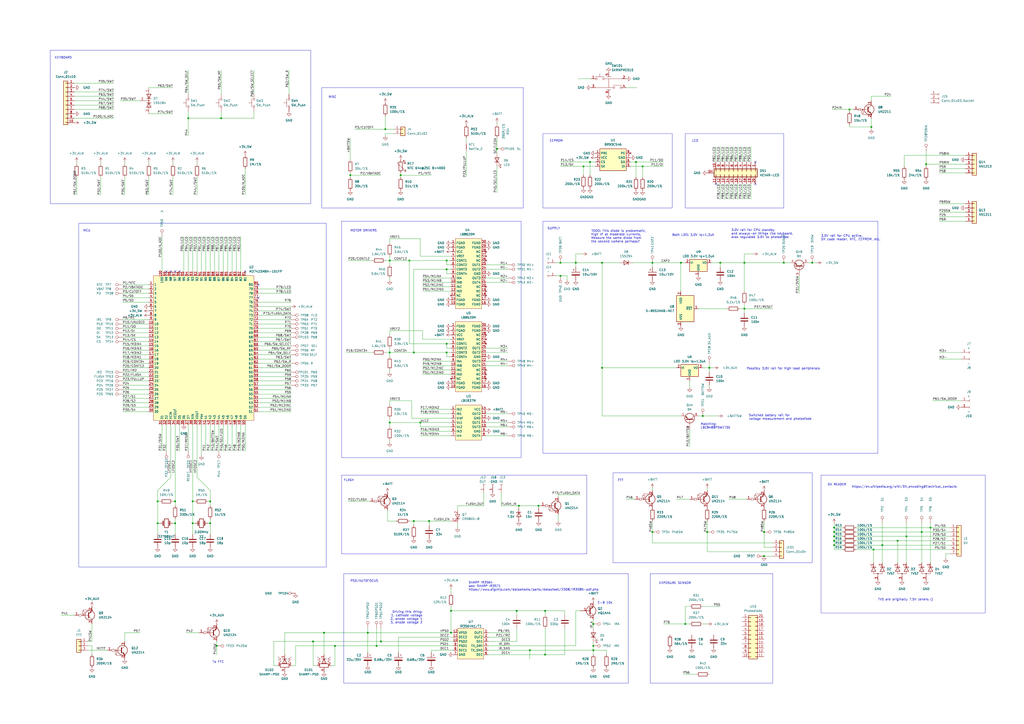
<source format=kicad_sch>
(kicad_sch (version 20230121) (generator eeschema)
  (paper "A2")
  (junction (at 520.7 313.69))
  (junction (at 483.87 311.15))
  (junction (at 492.76 63.5))
  (junction (at 91.44 290.83))
  (junction (at 194.31 374.65))
  (junction (at 240.03 204.47))
  (junction (at 128.27 68.58))
  (junction (at 203.2 101.6))
  (junction (at 181.61 372.11))
  (junction (at 349.25 213.36))
  (junction (at 483.87 306.07))
  (junction (at 378.46 308.61))
  (junction (at 471.17 152.4))
  (junction (at 537.21 95.25))
  (junction (at 325.12 152.4))
  (junction (at 187.96 367.03))
  (junction (at 243.84 245.11))
  (junction (at 506.73 318.77))
  (junction (at 316.23 354.33))
  (junction (at 111.76 303.53))
  (junction (at 407.67 241.3))
  (junction (at 226.06 151.13))
  (junction (at 325.12 160.02))
  (junction (at 259.08 151.13))
  (junction (at 307.34 377.19))
  (junction (at 101.6 290.83))
  (junction (at 372.745 96.52))
  (junction (at 483.87 313.69))
  (junction (at 213.36 367.03))
  (junction (at 91.44 303.53))
  (junction (at 248.92 302.26))
  (junction (at 338.455 96.52))
  (junction (at 483.87 316.23))
  (junction (at 109.22 68.58))
  (junction (at 101.6 303.53))
  (junction (at 300.99 293.37))
  (junction (at 125.73 374.65))
  (junction (at 259.08 199.39))
  (junction (at 261.62 354.33))
  (junction (at 223.52 74.93))
  (junction (at 232.41 101.6))
  (junction (at 368.935 93.98))
  (junction (at 483.87 308.61))
  (junction (at 397.51 361.95))
  (junction (at 111.76 290.83))
  (junction (at 511.81 316.23))
  (junction (at 288.29 86.36))
  (junction (at 443.23 308.61))
  (junction (at 443.23 322.58))
  (junction (at 121.92 290.83))
  (junction (at 342.265 93.98))
  (junction (at 299.72 354.33))
  (junction (at 417.83 152.4))
  (junction (at 220.98 372.11))
  (junction (at 312.42 293.37))
  (junction (at 378.46 152.4))
  (junction (at 218.44 374.65))
  (junction (at 431.8 179.07))
  (junction (at 240.03 302.26))
  (junction (at 534.67 308.61))
  (junction (at 525.78 311.15))
  (junction (at 226.06 245.11))
  (junction (at 344.17 361.95))
  (junction (at 431.8 152.4))
  (junction (at 121.92 303.53))
  (junction (at 349.25 152.4))
  (junction (at 237.49 151.13))
  (junction (at 505.46 73.66))
  (junction (at 411.48 213.36))
  (junction (at 316.23 379.73))
  (junction (at 344.17 374.65))
  (junction (at 454.66 152.4))
  (junction (at 394.97 152.4))
  (junction (at 259.08 204.47))
  (junction (at 539.75 306.07))
  (junction (at 334.01 152.4))
  (junction (at 259.08 156.21))
  (junction (at 410.21 308.61))
  (junction (at 226.06 204.47))
  (junction (at 261.62 367.03))
  (junction (at 344.17 377.19))
  (no_connect (at 99.06 157.48))
  (no_connect (at 149.86 165.1))
  (no_connect (at 104.14 157.48))
  (no_connect (at 142.24 157.48))
  (no_connect (at 149.86 172.72))
  (no_connect (at 438.15 106.68))
  (no_connect (at 438.15 93.98))
  (no_connect (at 101.6 157.48))
  (no_connect (at 96.52 157.48))
  (no_connect (at 415.29 106.68))
  (wire (pts (xy 71.12 228.6) (xy 86.36 228.6)))
  (wire (pts (xy 129.54 137.16) (xy 129.54 157.48)))
  (wire (pts (xy 417.83 93.98) (xy 417.83 85.09)))
  (wire (pts (xy 224.79 302.26) (xy 229.87 302.26)))
  (wire (pts (xy 506.73 318.77) (xy 506.73 326.39)))
  (wire (pts (xy 121.92 290.83) (xy 121.92 293.37)))
  (wire (pts (xy 537.21 96.52) (xy 537.21 95.25)))
  (wire (pts (xy 240.03 156.21) (xy 259.08 156.21)))
  (wire (pts (xy 678.18 224.79) (xy 678.18 240.03)))
  (wire (pts (xy 43.18 48.26) (xy 66.04 48.26)))
  (wire (pts (xy 392.43 213.36) (xy 349.25 213.36)))
  (wire (pts (xy 127 246.38) (xy 127 261.62)))
  (wire (pts (xy 483.87 318.77) (xy 488.95 318.77)))
  (wire (pts (xy 71.12 200.66) (xy 86.36 200.66)))
  (wire (pts (xy 149.86 180.34) (xy 168.91 180.34)))
  (wire (pts (xy 149.86 231.14) (xy 168.91 231.14)))
  (wire (pts (xy 288.29 72.39) (xy 288.29 71.12)))
  (wire (pts (xy 245.11 217.17) (xy 261.62 217.17)))
  (wire (pts (xy 149.86 187.96) (xy 168.91 187.96)))
  (wire (pts (xy 344.17 379.73) (xy 344.17 377.19)))
  (wire (pts (xy 378.46 152.4) (xy 378.46 154.94)))
  (wire (pts (xy 231.14 369.57) (xy 262.89 369.57)))
  (wire (pts (xy 245.11 161.29) (xy 261.62 161.29)))
  (wire (pts (xy 71.12 210.82) (xy 86.36 210.82)))
  (wire (pts (xy 149.86 182.88) (xy 168.91 182.88)))
  (wire (pts (xy 283.21 374.65) (xy 334.01 374.65)))
  (wire (pts (xy 420.37 106.68) (xy 420.37 115.57)))
  (wire (pts (xy 541.02 232.41) (xy 557.53 232.41)))
  (wire (pts (xy 397.51 351.79) (xy 397.51 361.95)))
  (wire (pts (xy 344.17 361.95) (xy 344.17 364.49)))
  (wire (pts (xy 411.48 210.82) (xy 411.48 213.36)))
  (wire (pts (xy 325.12 96.52) (xy 338.455 96.52)))
  (wire (pts (xy 281.94 156.21) (xy 294.64 156.21)))
  (wire (pts (xy 86.36 102.87) (xy 86.36 113.03)))
  (wire (pts (xy 96.52 246.38) (xy 96.52 261.62)))
  (wire (pts (xy 265.43 293.37) (xy 280.67 293.37)))
  (wire (pts (xy 226.06 245.11) (xy 243.84 245.11)))
  (wire (pts (xy 544.83 204.47) (xy 557.53 204.47)))
  (wire (pts (xy 215.9 151.13) (xy 201.93 151.13)))
  (wire (pts (xy 223.52 204.47) (xy 226.06 204.47)))
  (wire (pts (xy 240.03 156.21) (xy 240.03 204.47)))
  (wire (pts (xy 226.06 232.41) (xy 238.76 232.41)))
  (wire (pts (xy 71.12 187.96) (xy 86.36 187.96)))
  (wire (pts (xy 265.43 306.07) (xy 265.43 303.53)))
  (wire (pts (xy 226.06 204.47) (xy 240.03 204.47)))
  (wire (pts (xy 243.84 250.19) (xy 261.62 250.19)))
  (wire (pts (xy 505.46 68.58) (xy 505.46 73.66)))
  (wire (pts (xy 111.76 303.53) (xy 113.03 303.53)))
  (wire (pts (xy 299.72 354.33) (xy 261.62 354.33)))
  (wire (pts (xy 149.86 175.26) (xy 168.91 175.26)))
  (wire (pts (xy 243.84 240.03) (xy 261.62 240.03)))
  (wire (pts (xy 149.86 228.6) (xy 168.91 228.6)))
  (wire (pts (xy 149.86 167.64) (xy 168.91 167.64)))
  (wire (pts (xy 496.57 318.77) (xy 506.73 318.77)))
  (wire (pts (xy 149.86 198.12) (xy 168.91 198.12)))
  (wire (pts (xy 496.57 306.07) (xy 539.75 306.07)))
  (wire (pts (xy 109.22 40.64) (xy 109.22 54.61)))
  (wire (pts (xy 281.94 247.65) (xy 294.64 247.65)))
  (wire (pts (xy 351.79 377.19) (xy 351.79 379.73)))
  (wire (pts (xy 427.99 106.68) (xy 427.99 115.57)))
  (wire (pts (xy 203.2 92.71) (xy 203.2 80.01)))
  (wire (pts (xy 53.34 361.95) (xy 53.34 372.11)))
  (wire (pts (xy 261.62 207.01) (xy 259.08 207.01)))
  (wire (pts (xy 492.76 73.66) (xy 505.46 73.66)))
  (wire (pts (xy 548.64 321.31) (xy 548.64 323.85)))
  (wire (pts (xy 407.67 361.95) (xy 410.21 361.95)))
  (wire (pts (xy 431.8 147.32) (xy 436.88 147.32)))
  (wire (pts (xy 91.44 290.83) (xy 91.44 303.53)))
  (wire (pts (xy 71.12 193.04) (xy 86.36 193.04)))
  (wire (pts (xy 243.84 245.11) (xy 243.84 247.65)))
  (wire (pts (xy 299.72 372.11) (xy 299.72 364.49)))
  (wire (pts (xy 203.2 101.6) (xy 203.2 102.87)))
  (wire (pts (xy 482.6 63.5) (xy 492.76 63.5)))
  (wire (pts (xy 114.3 102.87) (xy 114.3 113.03)))
  (wire (pts (xy 259.08 201.93) (xy 259.08 199.39)))
  (wire (pts (xy 645.16 194.31) (xy 665.48 194.31)))
  (wire (pts (xy 226.06 148.59) (xy 226.06 151.13)))
  (wire (pts (xy 243.84 252.73) (xy 261.62 252.73)))
  (wire (pts (xy 483.87 316.23) (xy 483.87 313.69)))
  (wire (pts (xy 417.83 152.4) (xy 431.8 152.4)))
  (wire (pts (xy 71.12 205.74) (xy 86.36 205.74)))
  (wire (pts (xy 114.3 246.38) (xy 114.3 276.86)))
  (wire (pts (xy 397.51 361.95) (xy 400.05 361.95)))
  (wire (pts (xy 435.61 93.98) (xy 435.61 85.09)))
  (wire (pts (xy 544.83 118.11) (xy 560.07 118.11)))
  (wire (pts (xy 448.31 314.96) (xy 378.46 314.96)))
  (wire (pts (xy 313.69 293.37) (xy 312.42 293.37)))
  (wire (pts (xy 281.94 212.09) (xy 294.64 212.09)))
  (wire (pts (xy 337.82 147.32) (xy 334.01 147.32)))
  (wire (pts (xy 124.46 246.38) (xy 124.46 261.62)))
  (wire (pts (xy 100.33 50.8) (xy 86.36 50.8)))
  (wire (pts (xy 147.32 68.58) (xy 147.32 64.77)))
  (wire (pts (xy 213.36 378.46) (xy 213.36 367.03)))
  (wire (pts (xy 111.76 290.83) (xy 113.03 290.83)))
  (wire (pts (xy 93.98 137.16) (xy 93.98 157.48)))
  (wire (pts (xy 537.21 87.63) (xy 537.21 95.25)))
  (wire (pts (xy 322.58 152.4) (xy 325.12 152.4)))
  (wire (pts (xy 400.05 220.98) (xy 400.05 224.79)))
  (wire (pts (xy 394.97 152.4) (xy 397.51 152.4)))
  (wire (pts (xy 334.01 152.4) (xy 349.25 152.4)))
  (wire (pts (xy 109.22 78.74) (xy 109.22 68.58)))
  (wire (pts (xy 693.42 224.79) (xy 693.42 240.03)))
  (wire (pts (xy 281.94 245.11) (xy 294.64 245.11)))
  (wire (pts (xy 483.87 308.61) (xy 488.95 308.61)))
  (wire (pts (xy 483.87 306.07) (xy 483.87 308.61)))
  (wire (pts (xy 544.83 125.73) (xy 560.07 125.73)))
  (wire (pts (xy 121.92 246.38) (xy 121.92 261.62)))
  (wire (pts (xy 281.94 201.93) (xy 294.64 201.93)))
  (wire (pts (xy 665.48 224.79) (xy 665.48 240.03)))
  (wire (pts (xy 261.62 153.67) (xy 259.08 153.67)))
  (wire (pts (xy 165.1 367.03) (xy 187.96 367.03)))
  (wire (pts (xy 281.94 209.55) (xy 294.64 209.55)))
  (wire (pts (xy 71.12 218.44) (xy 86.36 218.44)))
  (wire (pts (xy 238.76 242.57) (xy 261.62 242.57)))
  (wire (pts (xy 327.66 379.73) (xy 316.23 379.73)))
  (wire (pts (xy 368.935 93.98) (xy 368.935 102.87)))
  (wire (pts (xy 425.45 106.68) (xy 425.45 115.57)))
  (wire (pts (xy 410.21 308.61) (xy 410.21 320.04)))
  (wire (pts (xy 431.8 179.07) (xy 431.8 181.61)))
  (wire (pts (xy 71.12 198.12) (xy 86.36 198.12)))
  (wire (pts (xy 261.62 156.21) (xy 259.08 156.21)))
  (wire (pts (xy 344.17 377.19) (xy 351.79 377.19)))
  (wire (pts (xy 232.41 101.6) (xy 250.19 101.6)))
  (wire (pts (xy 58.42 93.98) (xy 58.42 95.25)))
  (wire (pts (xy 525.78 303.53) (xy 525.78 311.15)))
  (wire (pts (xy 505.46 73.66) (xy 505.46 74.93)))
  (wire (pts (xy 368.935 93.98) (xy 384.81 93.98)))
  (wire (pts (xy 243.84 148.59) (xy 243.84 138.43)))
  (wire (pts (xy 200.66 204.47) (xy 215.9 204.47)))
  (wire (pts (xy 400.05 248.92) (xy 400.05 259.08)))
  (wire (pts (xy 50.8 377.19) (xy 62.23 377.19)))
  (wire (pts (xy 365.76 96.52) (xy 372.745 96.52)))
  (wire (pts (xy 149.86 190.5) (xy 168.91 190.5)))
  (wire (pts (xy 71.12 208.28) (xy 86.36 208.28)))
  (wire (pts (xy 203.2 100.33) (xy 203.2 101.6)))
  (wire (pts (xy 111.76 303.53) (xy 111.76 309.88)))
  (wire (pts (xy 544.83 100.33) (xy 560.07 100.33)))
  (wire (pts (xy 100.33 102.87) (xy 100.33 113.03)))
  (wire (pts (xy 109.22 68.58) (xy 128.27 68.58)))
  (wire (pts (xy 316.23 379.73) (xy 283.21 379.73)))
  (wire (pts (xy 524.51 90.17) (xy 524.51 96.52)))
  (wire (pts (xy 327.66 354.33) (xy 316.23 354.33)))
  (wire (pts (xy 237.49 199.39) (xy 259.08 199.39)))
  (wire (pts (xy 537.21 95.25) (xy 560.07 95.25)))
  (wire (pts (xy 248.92 302.26) (xy 248.92 304.8)))
  (wire (pts (xy 539.75 306.07) (xy 539.75 303.53)))
  (wire (pts (xy 121.92 284.48) (xy 114.3 276.86)))
  (wire (pts (xy 245.11 191.77) (xy 226.06 191.77)))
  (wire (pts (xy 378.46 283.21) (xy 378.46 284.48)))
  (wire (pts (xy 181.61 386.08) (xy 184.15 386.08)))
  (wire (pts (xy 410.21 283.21) (xy 410.21 284.48)))
  (wire (pts (xy 511.81 316.23) (xy 551.18 316.23)))
  (wire (pts (xy 120.65 303.53) (xy 121.92 303.53)))
  (wire (pts (xy 645.16 186.69) (xy 665.48 186.69)))
  (wire (pts (xy 506.73 318.77) (xy 551.18 318.77)))
  (wire (pts (xy 100.33 290.83) (xy 101.6 290.83)))
  (wire (pts (xy 448.31 320.04) (xy 410.21 320.04)))
  (wire (pts (xy 91.44 303.53) (xy 92.71 303.53)))
  (wire (pts (xy 226.06 242.57) (xy 226.06 245.11)))
  (wire (pts (xy 281.94 240.03) (xy 294.64 240.03)))
  (wire (pts (xy 226.06 214.63) (xy 226.06 215.9)))
  (wire (pts (xy 511.81 316.23) (xy 511.81 326.39)))
  (wire (pts (xy 149.86 236.22) (xy 168.91 236.22)))
  (wire (pts (xy 223.52 151.13) (xy 226.06 151.13)))
  (wire (pts (xy 645.16 199.39) (xy 665.48 199.39)))
  (wire (pts (xy 226.06 207.01) (xy 226.06 204.47)))
  (wire (pts (xy 435.61 106.68) (xy 435.61 115.57)))
  (wire (pts (xy 407.67 241.3) (xy 416.56 241.3)))
  (wire (pts (xy 483.87 306.07) (xy 488.95 306.07)))
  (wire (pts (xy 411.48 213.36) (xy 411.48 215.9)))
  (wire (pts (xy 431.8 179.07) (xy 431.8 176.53)))
  (wire (pts (xy 114.3 137.16) (xy 114.3 157.48)))
  (wire (pts (xy 71.12 203.2) (xy 86.36 203.2)))
  (wire (pts (xy 71.12 167.64) (xy 86.36 167.64)))
  (wire (pts (xy 673.1 224.79) (xy 673.1 240.03)))
  (wire (pts (xy 325.12 160.02) (xy 328.93 160.02)))
  (wire (pts (xy 142.24 246.38) (xy 142.24 261.62)))
  (wire (pts (xy 142.24 113.03) (xy 142.24 97.79)))
  (wire (pts (xy 243.84 247.65) (xy 261.62 247.65)))
  (wire (pts (xy 71.12 195.58) (xy 86.36 195.58)))
  (wire (pts (xy 422.91 289.56) (xy 433.07 289.56)))
  (wire (pts (xy 443.23 317.5) (xy 443.23 308.61)))
  (wire (pts (xy 149.86 195.58) (xy 168.91 195.58)))
  (wire (pts (xy 121.92 284.48) (xy 121.92 290.83)))
  (wire (pts (xy 100.33 66.04) (xy 86.36 66.04)))
  (wire (pts (xy 342.265 93.98) (xy 345.44 93.98)))
  (wire (pts (xy 483.87 313.69) (xy 488.95 313.69)))
  (wire (pts (xy 378.46 302.26) (xy 378.46 308.61)))
  (wire (pts (xy 431.8 152.4) (xy 431.8 168.91)))
  (wire (pts (xy 250.19 378.46) (xy 250.19 377.19)))
  (wire (pts (xy 288.29 80.01) (xy 288.29 86.36)))
  (wire (pts (xy 223.52 77.47) (xy 228.6 77.47)))
  (wire (pts (xy 520.7 313.69) (xy 551.18 313.69)))
  (wire (pts (xy 534.67 308.61) (xy 534.67 326.39)))
  (wire (pts (xy 226.06 151.13) (xy 237.49 151.13)))
  (wire (pts (xy 240.03 304.8) (xy 240.03 302.26)))
  (wire (pts (xy 245.11 163.83) (xy 261.62 163.83)))
  (wire (pts (xy 120.65 290.83) (xy 121.92 290.83)))
  (wire (pts (xy 325.12 152.4) (xy 334.01 152.4)))
  (wire (pts (xy 226.06 234.95) (xy 226.06 232.41)))
  (wire (pts (xy 290.83 285.75) (xy 290.83 293.37)))
  (wire (pts (xy 93.98 246.38) (xy 93.98 261.62)))
  (wire (pts (xy 71.12 213.36) (xy 86.36 213.36)))
  (wire (pts (xy 149.86 215.9) (xy 168.91 215.9)))
  (wire (pts (xy 226.06 247.65) (xy 226.06 245.11)))
  (wire (pts (xy 259.08 158.75) (xy 261.62 158.75)))
  (wire (pts (xy 71.12 226.06) (xy 86.36 226.06)))
  (wire (pts (xy 44.45 102.87) (xy 44.45 113.03)))
  (wire (pts (xy 384.81 361.95) (xy 397.51 361.95)))
  (wire (pts (xy 129.54 246.38) (xy 129.54 261.62)))
  (wire (pts (xy 496.57 308.61) (xy 534.67 308.61)))
  (wire (pts (xy 149.86 208.28) (xy 168.91 208.28)))
  (wire (pts (xy 431.8 152.4) (xy 431.8 147.32)))
  (wire (pts (xy 91.44 290.83) (xy 92.71 290.83)))
  (wire (pts (xy 237.49 151.13) (xy 259.08 151.13)))
  (wire (pts (xy 91.44 303.53) (xy 91.44 309.88)))
  (wire (pts (xy 396.24 391.16) (xy 403.86 391.16)))
  (wire (pts (xy 288.29 96.52) (xy 288.29 111.76)))
  (wire (pts (xy 232.41 101.6) (xy 232.41 102.87)))
  (wire (pts (xy 125.73 374.65) (xy 125.73 379.73)))
  (wire (pts (xy 213.36 364.49) (xy 213.36 367.03)))
  (wire (pts (xy 226.06 191.77) (xy 226.06 194.31)))
  (wire (pts (xy 44.45 93.98) (xy 44.45 95.25)))
  (wire (pts (xy 675.64 224.79) (xy 675.64 240.03)))
  (wire (pts (xy 71.12 238.76) (xy 86.36 238.76)))
  (wire (pts (xy 372.745 102.87) (xy 372.745 96.52)))
  (wire (pts (xy 349.25 213.36) (xy 349.25 152.4)))
  (wire (pts (xy 43.18 55.88) (xy 66.04 55.88)))
  (wire (pts (xy 132.08 137.16) (xy 132.08 157.48)))
  (wire (pts (xy 539.75 306.07) (xy 551.18 306.07)))
  (wire (pts (xy 139.7 137.16) (xy 139.7 157.48)))
  (wire (pts (xy 525.78 311.15) (xy 551.18 311.15)))
  (wire (pts (xy 149.86 185.42) (xy 168.91 185.42)))
  (wire (pts (xy 259.08 199.39) (xy 261.62 199.39)))
  (wire (pts (xy 511.81 303.53) (xy 511.81 316.23)))
  (wire (pts (xy 187.96 367.03) (xy 213.36 367.03)))
  (wire (pts (xy 72.39 93.98) (xy 72.39 95.25)))
  (wire (pts (xy 245.11 214.63) (xy 261.62 214.63)))
  (wire (pts (xy 544.83 128.27) (xy 560.07 128.27)))
  (wire (pts (xy 220.98 364.49) (xy 220.98 372.11)))
  (wire (pts (xy 226.06 162.56) (xy 226.06 161.29)))
  (wire (pts (xy 410.21 302.26) (xy 410.21 308.61)))
  (wire (pts (xy 72.39 372.11) (xy 72.39 367.03)))
  (wire (pts (xy 158.75 372.11) (xy 158.75 386.08)))
  (wire (pts (xy 149.86 213.36) (xy 168.91 213.36)))
  (wire (pts (xy 328.93 160.02) (xy 328.93 162.56)))
  (wire (pts (xy 448.31 317.5) (xy 443.23 317.5)))
  (wire (pts (xy 344.17 377.19) (xy 307.34 377.19)))
  (wire (pts (xy 149.86 205.74) (xy 168.91 205.74)))
  (wire (pts (xy 43.18 58.42) (xy 66.04 58.42)))
  (wire (pts (xy 149.86 200.66) (xy 168.91 200.66)))
  (wire (pts (xy 226.06 151.13) (xy 226.06 153.67)))
  (wire (pts (xy 149.86 220.98) (xy 168.91 220.98)))
  (wire (pts (xy 688.34 224.79) (xy 688.34 240.03)))
  (wire (pts (xy 128.27 68.58) (xy 147.32 68.58)))
  (wire (pts (xy 53.34 379.73) (xy 53.34 374.65)))
  (wire (pts (xy 544.83 208.28) (xy 557.53 208.28)))
  (wire (pts (xy 149.86 203.2) (xy 168.91 203.2)))
  (wire (pts (xy 220.98 372.11) (xy 262.89 372.11)))
  (wire (pts (xy 101.6 290.83) (xy 101.6 293.37)))
  (wire (pts (xy 128.27 68.58) (xy 128.27 64.77)))
  (wire (pts (xy 300.99 293.37) (xy 312.42 293.37)))
  (wire (pts (xy 342.265 93.98) (xy 342.265 101.6)))
  (wire (pts (xy 520.7 313.69) (xy 520.7 326.39)))
  (wire (pts (xy 119.38 137.16) (xy 119.38 157.48)))
  (wire (pts (xy 149.86 223.52) (xy 168.91 223.52)))
  (wire (pts (xy 392.43 289.56) (xy 400.05 289.56)))
  (wire (pts (xy 71.12 175.26) (xy 86.36 175.26)))
  (wire (pts (xy 187.96 367.03) (xy 187.96 379.73)))
  (wire (pts (xy 201.93 290.83) (xy 214.63 290.83)))
  (wire (pts (xy 322.58 160.02) (xy 325.12 160.02)))
  (wire (pts (xy 548.64 321.31) (xy 551.18 321.31)))
  (wire (pts (xy 372.745 96.52) (xy 384.81 96.52)))
  (wire (pts (xy 433.07 106.68) (xy 433.07 115.57)))
  (wire (pts (xy 101.6 246.38) (xy 101.6 290.83)))
  (wire (pts (xy 483.87 313.69) (xy 483.87 311.15)))
  (wire (pts (xy 165.1 367.03) (xy 165.1 379.73)))
  (wire (pts (xy 231.14 378.46) (xy 231.14 369.57)))
  (wire (pts (xy 323.85 287.02) (xy 336.55 287.02)))
  (wire (pts (xy 137.16 246.38) (xy 137.16 261.62)))
  (wire (pts (xy 127 137.16) (xy 127 157.48)))
  (wire (pts (xy 645.16 181.61) (xy 665.48 181.61)))
  (wire (pts (xy 261.62 367.03) (xy 213.36 367.03)))
  (wire (pts (xy 149.86 233.68) (xy 168.91 233.68)))
  (wire (pts (xy 394.97 152.4) (xy 394.97 168.91)))
  (wire (pts (xy 116.84 137.16) (xy 116.84 157.48)))
  (wire (pts (xy 299.72 354.33) (xy 299.72 356.87)))
  (wire (pts (xy 109.22 246.38) (xy 109.22 261.62)))
  (wire (pts (xy 223.52 78.74) (xy 223.52 77.47)))
  (wire (pts (xy 544.83 97.79) (xy 560.07 97.79)))
  (wire (pts (xy 91.44 284.48) (xy 91.44 290.83)))
  (wire (pts (xy 495.3 63.5) (xy 492.76 63.5)))
  (wire (pts (xy 101.6 303.53) (xy 101.6 309.88)))
  (wire (pts (xy 334.01 147.32) (xy 334.01 152.4)))
  (wire (pts (xy 430.53 106.68) (xy 430.53 115.57)))
  (wire (pts (xy 443.23 322.58) (xy 448.31 322.58)))
  (wire (pts (xy 281.94 204.47) (xy 294.64 204.47)))
  (wire (pts (xy 149.86 238.76) (xy 168.91 238.76)))
  (wire (pts (xy 71.12 170.18) (xy 86.36 170.18)))
  (wire (pts (xy 238.76 232.41) (xy 238.76 242.57)))
  (wire (pts (xy 237.49 199.39) (xy 237.49 151.13)))
  (wire (pts (xy 483.87 316.23) (xy 488.95 316.23)))
  (wire (pts (xy 243.84 138.43) (xy 226.06 138.43)))
  (wire (pts (xy 471.17 152.4) (xy 473.71 152.4)))
  (wire (pts (xy 121.92 303.53) (xy 121.92 309.88)))
  (wire (pts (xy 71.12 223.52) (xy 86.36 223.52)))
  (wire (pts (xy 683.26 224.79) (xy 683.26 240.03)))
  (wire (pts (xy 114.3 93.98) (xy 114.3 95.25)))
  (wire (pts (xy 300.99 294.64) (xy 300.99 293.37)))
  (wire (pts (xy 394.97 241.3) (xy 349.25 241.3)))
  (wire (pts (xy 149.86 226.06) (xy 168.91 226.06)))
  (wire (pts (xy 534.67 303.53) (xy 534.67 308.61)))
  (wire (pts (xy 262.89 377.19) (xy 250.19 377.19)))
  (wire (pts (xy 149.86 218.44) (xy 168.91 218.44)))
  (wire (pts (xy 137.16 137.16) (xy 137.16 157.48)))
  (wire (pts (xy 220.98 101.6) (xy 203.2 101.6)))
  (wire (pts (xy 194.31 386.08) (xy 191.77 386.08)))
  (wire (pts (xy 463.55 160.02) (xy 463.55 170.18)))
  (wire (pts (xy 128.27 40.64) (xy 128.27 54.61)))
  (wire (pts (xy 327.66 356.87) (xy 327.66 354.33)))
  (wire (pts (xy 261.62 341.63) (xy 261.62 344.17)))
  (wire (pts (xy 411.48 213.36) (xy 414.02 213.36)))
  (wire (pts (xy 245.11 212.09) (xy 261.62 212.09)))
  (wire (pts (xy 149.86 170.18) (xy 168.91 170.18)))
  (wire (pts (xy 645.16 184.15) (xy 665.48 184.15)))
  (wire (pts (xy 496.57 311.15) (xy 525.78 311.15)))
  (wire (pts (xy 71.12 215.9) (xy 86.36 215.9)))
  (wire (pts (xy 100.33 303.53) (xy 101.6 303.53)))
  (wire (pts (xy 534.67 308.61) (xy 551.18 308.61)))
  (wire (pts (xy 171.45 374.65) (xy 171.45 386.08)))
  (wire (pts (xy 524.51 90.17) (xy 560.07 90.17)))
  (wire (pts (xy 483.87 303.53) (xy 483.87 306.07)))
  (wire (pts (xy 72.39 102.87) (xy 72.39 113.03)))
  (wire (pts (xy 111.76 137.16) (xy 111.76 157.48)))
  (wire (pts (xy 125.73 372.11) (xy 125.73 374.65)))
  (wire (pts (xy 290.83 293.37) (xy 300.99 293.37)))
  (wire (pts (xy 325.12 93.98) (xy 342.265 93.98)))
  (wire (pts (xy 218.44 364.49) (xy 218.44 374.65)))
  (wire (pts (xy 259.08 153.67) (xy 259.08 151.13)))
  (wire (pts (xy 134.62 246.38) (xy 134.62 261.62)))
  (wire (pts (xy 327.66 364.49) (xy 327.66 379.73)))
  (wire (pts (xy 407.67 351.79) (xy 417.83 351.79)))
  (wire (pts (xy 119.38 246.38) (xy 119.38 261.62)))
  (wire (pts (xy 431.8 179.07) (xy 448.31 179.07)))
  (wire (pts (xy 58.42 102.87) (xy 58.42 113.03)))
  (wire (pts (xy 149.86 177.8) (xy 168.91 177.8)))
  (wire (pts (xy 281.94 153.67) (xy 294.64 153.67)))
  (wire (pts (xy 544.83 123.19) (xy 560.07 123.19)))
  (wire (pts (xy 344.17 374.65) (xy 344.17 377.19)))
  (wire (pts (xy 149.86 210.82) (xy 168.91 210.82)))
  (wire (pts (xy 417.83 152.4) (xy 417.83 154.94)))
  (wire (pts (xy 525.78 311.15) (xy 525.78 326.39)))
  (wire (pts (xy 492.76 72.39) (xy 492.76 73.66)))
  (wire (pts (xy 259.08 156.21) (xy 259.08 158.75)))
  (wire (pts (xy 645.16 189.23) (xy 665.48 189.23)))
  (wire (pts (xy 483.87 318.77) (xy 483.87 316.23)))
  (wire (pts (xy 223.52 67.31) (xy 223.52 74.93)))
  (wire (pts (xy 71.12 220.98) (xy 86.36 220.98)))
  (wire (pts (xy 323.85 288.29) (xy 323.85 287.02)))
  (wire (pts (xy 316.23 364.49) (xy 316.23 379.73)))
  (wire (pts (xy 232.41 100.33) (xy 232.41 101.6)))
  (wire (pts (xy 338.455 96.52) (xy 345.44 96.52)))
  (wire (pts (xy 111.76 246.38) (xy 111.76 290.83)))
  (wire (pts (xy 422.91 106.68) (xy 422.91 115.57)))
  (wire (pts (xy 245.11 196.85) (xy 261.62 196.85)))
  (wire (pts (xy 226.06 201.93) (xy 226.06 204.47)))
  (wire (pts (xy 181.61 372.11) (xy 220.98 372.11)))
  (wire (pts (xy 121.92 300.99) (xy 121.92 303.53)))
  (wire (pts (xy 218.44 374.65) (xy 262.89 374.65)))
  (wire (pts (xy 226.06 255.27) (xy 226.06 256.54)))
  (wire (pts (xy 86.36 93.98) (xy 86.36 95.25)))
  (wire (pts (xy 334.01 152.4) (xy 334.01 154.94)))
  (wire (pts (xy 645.16 196.85) (xy 665.48 196.85)))
  (wire (pts (xy 397.51 351.79) (xy 400.05 351.79)))
  (wire (pts (xy 492.76 63.5) (xy 492.76 64.77)))
  (wire (pts (xy 71.12 231.14) (xy 86.36 231.14)))
  (wire (pts (xy 425.45 93.98) (xy 425.45 85.09)))
  (wire (pts (xy 72.39 367.03) (xy 81.28 367.03)))
  (wire (pts (xy 270.51 102.87) (xy 270.51 87.63)))
  (wire (pts (xy 680.72 224.79) (xy 680.72 240.03)))
  (wire (pts (xy 344.17 372.11) (xy 344.17 374.65)))
  (wire (pts (xy 259.08 207.01) (xy 259.08 204.47)))
  (wire (pts (xy 243.84 148.59) (xy 261.62 148.59)))
  (wire (pts (xy 307.34 377.19) (xy 283.21 377.19)))
  (wire (pts (xy 121.92 137.16) (xy 121.92 157.48)))
  (wire (pts (xy 685.8 224.79) (xy 685.8 240.03)))
  (wire (pts (xy 427.99 93.98) (xy 427.99 85.09)))
  (wire (pts (xy 336.55 354.33) (xy 334.01 354.33)))
  (wire (pts (xy 316.23 354.33) (xy 299.72 354.33)))
  (wire (pts (xy 181.61 372.11) (xy 181.61 386.08)))
  (wire (pts (xy 281.94 163.83) (xy 294.64 163.83)))
  (wire (pts (xy 43.18 60.96) (xy 66.04 60.96)))
  (wire (pts (xy 245.11 168.91) (xy 261.62 168.91)))
  (wire (pts (xy 245.11 166.37) (xy 261.62 166.37)))
  (wire (pts (xy 334.01 374.65) (xy 334.01 354.33)))
  (wire (pts (xy 99.06 276.86) (xy 91.44 284.48)))
  (wire (pts (xy 147.32 40.64) (xy 147.32 54.61)))
  (wire (pts (xy 262.89 367.03) (xy 261.62 367.03)))
  (wire (pts (xy 349.25 241.3) (xy 349.25 213.36)))
  (wire (pts (xy 433.07 93.98) (xy 433.07 85.09)))
  (wire (pts (xy 243.84 245.11) (xy 261.62 245.11)))
  (wire (pts (xy 99.06 246.38) (xy 99.06 276.86)))
  (wire (pts (xy 158.75 386.08) (xy 161.29 386.08)))
  (wire (pts (xy 101.6 300.99) (xy 101.6 303.53)))
  (wire (pts (xy 226.06 138.43) (xy 226.06 140.97)))
  (wire (pts (xy 167.64 40.64) (xy 167.64 54.61)))
  (wire (pts (xy 106.68 137.16) (xy 106.68 157.48)))
  (wire (pts (xy 50.8 372.11) (xy 53.34 372.11)))
  (wire (pts (xy 245.11 196.85) (xy 245.11 191.77)))
  (wire (pts (xy 431.8 152.4) (xy 454.66 152.4)))
  (wire (pts (xy 223.52 74.93) (xy 228.6 74.93)))
  (wire (pts (xy 109.22 64.77) (xy 109.22 68.58)))
  (wire (pts (xy 43.18 68.58) (xy 66.04 68.58)))
  (wire (pts (xy 422.91 93.98) (xy 422.91 85.09)))
  (wire (pts (xy 205.74 74.93) (xy 223.52 74.93)))
  (wire (pts (xy 505.46 55.88) (xy 505.46 58.42)))
  (wire (pts (xy 430.53 93.98) (xy 430.53 85.09)))
  (wire (pts (xy 107.95 367.03) (xy 115.57 367.03)))
  (wire (pts (xy 378.46 152.4) (xy 394.97 152.4)))
  (wire (pts (xy 411.48 223.52) (xy 411.48 224.79)))
  (wire (pts (xy 35.56 356.87) (xy 43.18 356.87)))
  (wire (pts (xy 224.79 295.91) (xy 224.79 302.26)))
  (wire (pts (xy 71.12 190.5) (xy 86.36 190.5)))
  (wire (pts (xy 281.94 161.29) (xy 294.64 161.29)))
  (wire (pts (xy 316.23 356.87) (xy 316.23 354.33)))
  (wire (pts (xy 243.84 237.49) (xy 261.62 237.49)))
  (wire (pts (xy 496.57 316.23) (xy 511.81 316.23)))
  (wire (pts (xy 420.37 93.98) (xy 420.37 85.09)))
  (wire (pts (xy 405.13 241.3) (xy 407.67 241.3)))
  (wire (pts (xy 295.91 369.57) (xy 283.21 369.57)))
  (wire (pts (xy 104.14 246.38) (xy 104.14 261.62)))
  (wire (pts (xy 248.92 302.26) (xy 261.62 302.26)))
  (wire (pts (xy 158.75 372.11) (xy 181.61 372.11)))
  (wire (pts (xy 344.17 359.41) (xy 344.17 361.95)))
  (wire (pts (xy 261.62 354.33) (xy 261.62 367.03)))
  (wire (pts (xy 71.12 236.22) (xy 86.36 236.22)))
  (wire (pts (xy 132.08 246.38) (xy 132.08 261.62)))
  (wire (pts (xy 417.83 106.68) (xy 417.83 115.57)))
  (wire (pts (xy 295.91 367.03) (xy 283.21 367.03)))
  (wire (pts (xy 194.31 374.65) (xy 194.31 386.08)))
  (wire (pts (xy 149.86 193.04) (xy 168.91 193.04)))
  (wire (pts (xy 323.85 302.26) (xy 323.85 298.45)))
  (wire (pts (xy 71.12 165.1) (xy 86.36 165.1)))
  (wire (pts (xy 259.08 151.13) (xy 261.62 151.13)))
  (wire (pts (xy 539.75 306.07) (xy 539.75 326.39)))
  (wire (pts (xy 299.72 372.11) (xy 283.21 372.11)))
  (wire (pts (xy 483.87 311.15) (xy 488.95 311.15)))
  (wire (pts (xy 265.43 293.37) (xy 265.43 295.91)))
  (wire (pts (xy 270.51 80.01) (xy 270.51 82.55)))
  (wire (pts (xy 412.75 152.4) (xy 417.83 152.4)))
  (wire (pts (xy 111.76 290.83) (xy 111.76 303.53)))
  (wire (pts (xy 53.34 374.65) (xy 50.8 374.65)))
  (wire (pts (xy 43.18 63.5) (xy 66.04 63.5)))
  (wire (pts (xy 100.33 93.98) (xy 100.33 95.25)))
  (wire (pts (xy 43.18 53.34) (xy 66.04 53.34)))
  (wire (pts (xy 443.23 302.26) (xy 443.23 308.61)))
  (wire (pts (xy 367.03 152.4) (xy 378.46 152.4)))
  (wire (pts (xy 312.42 293.37) (xy 312.42 294.64)))
  (wire (pts (xy 415.29 93.98) (xy 415.29 85.09)))
  (wire (pts (xy 261.62 351.79) (xy 261.62 354.33)))
  (wire (pts (xy 71.12 172.72) (xy 86.36 172.72)))
  (wire (pts (xy 280.67 285.75) (xy 280.67 293.37)))
  (wire (pts (xy 240.03 302.26) (xy 248.92 302.26)))
  (wire (pts (xy 237.49 302.26) (xy 240.03 302.26)))
  (wire (pts (xy 307.34 377.19) (xy 307.34 382.27)))
  (wire (pts (xy 288.29 86.36) (xy 288.29 88.9)))
  (wire (pts (xy 670.56 224.79) (xy 670.56 240.03)))
  (wire (pts (xy 71.12 233.68) (xy 86.36 233.68)))
  (wire (pts (xy 69.85 58.42) (xy 81.28 58.42)))
  (wire (pts (xy 71.12 185.42) (xy 86.36 185.42)))
  (wire (pts (xy 134.62 137.16) (xy 134.62 157.48)))
  (wire (pts (xy 407.67 213.36) (xy 411.48 213.36)))
  (wire (pts (xy 516.89 55.88) (xy 505.46 55.88)))
  (wire (pts (xy 281.94 252.73) (xy 294.64 252.73)))
  (wire (pts (xy 261.62 201.93) (xy 259.08 201.93)))
  (wire (pts (xy 363.22 289.56) (xy 368.3 289.56)))
  (wire (pts (xy 690.88 224.79) (xy 690.88 240.03)))
  (wire (pts (xy 483.87 311.15) (xy 483.87 308.61)))
  (wire (pts (xy 335.28 45.72) (xy 342.9 45.72)))
  (wire (pts (xy 338.455 96.52) (xy 338.455 101.6)))
  (wire (pts (xy 363.22 50.8) (xy 369.57 50.8)))
  (wire (pts (xy 454.66 152.4) (xy 458.47 152.4)))
  (wire (pts (xy 378.46 314.96) (xy 378.46 308.61)))
  (wire (pts (xy 240.03 204.47) (xy 259.08 204.47)))
  (wire (pts (xy 405.13 179.07) (xy 421.64 179.07)))
  (wire (pts (xy 245.11 209.55) (xy 261.62 209.55)))
  (wire (pts (xy 116.84 246.38) (xy 116.84 264.16)))
  (wire (pts (xy 194.31 374.65) (xy 218.44 374.65)))
  (wire (pts (xy 349.25 152.4) (xy 359.41 152.4)))
  (wire (pts (xy 365.76 93.98) (xy 368.935 93.98)))
  (wire (pts (xy 468.63 152.4) (xy 471.17 152.4)))
  (wire (pts (xy 139.7 246.38) (xy 139.7 261.62)))
  (wire (pts (xy 109.22 137.16) (xy 109.22 157.48)))
  (wire (pts (xy 171.45 386.08) (xy 168.91 386.08)))
  (wire (pts (xy 259.08 204.47) (xy 261.62 204.47)))
  (wire (pts (xy 429.26 179.07) (xy 431.8 179.07)))
  (wire (pts (xy 171.45 374.65) (xy 194.31 374.65)))
  (wire (pts (xy 496.57 313.69) (xy 520.7 313.69)))
  (wire (pts (xy 124.46 137.16) (xy 124.46 157.48)))
  (rectangle (start 397.51 77.47) (end 454.66 120.65))
  (rectangle (start 355.6 274.32) (end 471.17 326.39))
  (rectangle (start 476.25 275.59) (end 571.5 355.6))
  (rectangle (start 198.12 128.27) (end 302.26 265.43))
  (rectangle (start 377.19 332.74) (end 448.31 396.24))
  (rectangle (start 314.96 77.47) (end 389.89 120.65))
  (rectangle (start 199.39 332.74) (end 364.49 396.24))
  (rectangle (start 29.21 29.21) (end 180.34 118.11))
  (rectangle (start 198.12 275.59) (end 340.36 321.31))
  (rectangle (start 186.69 50.8) (end 303.53 120.65))
  (rectangle (start 45.72 129.54) (end 189.23 328.93))
  (rectangle (start 314.96 128.27) (end 509.27 262.89))
  (text "DX READER" (at 480.06 281.94 0) (effects (font (size 1.27 1.27)) (justify left bottom)))
  (text "LCD" (at 401.32 82.55 0) (effects (font (size 1.27 1.27)) (justify left bottom)))
  (text "MISC" (at 190.5 57.15 0) (effects (font (size 1.27 1.27)) (justify left bottom)))
  (text "EXPOSURE SENSOR" (at 382.27 339.09 0) (effects (font (size 1.27 1.27)) (justify left bottom)))
  (text "Switched battery rail for\nvoltage measurement and photodiode" (at 434.34 243.84 0) (effects (font (size 1.27 1.27)) (justify left bottom)))
  (text "TODO: This diode is problematic,\nhigh Vf at moderate currents.\nMeasure the same diode from\nthe second camera perhaps?" (at 342.9 140.97 0) (effects (font (size 1.27 1.27)) (justify left bottom)))
  (text "E-B 10k" (at 346.71 350.52 0) (effects (font (size 1.27 1.27)) (justify left bottom)))
  (text "TVS are originally 7.5V zeners :)" (at 509.27 348.615 0) (effects (font (size 1.27 1.27)) (justify left bottom)))
  (text "3.0V rail for CPU active,\nDX code reader, NTC, EEPROM, etc." (at 476.25 139.7 0) (effects (font (size 1.27 1.27)) (justify left bottom)))
  (text "3.0V rail for CPU standby\nand always-on things like keyboard,\nalso regulated 3.0V to photodiode" (at 424.18 138.43 0) (effects (font (size 1.27 1.27)) (justify left bottom)))
  (text "MCU" (at 48.26 134.62 0) (effects (font (size 1.27 1.27)) (justify left bottom)))
  (text "PSD/AUTOFOCUS" (at 203.2 337.82 0) (effects (font (size 1.27 1.27)) (justify left bottom)))
  (text "SHARP IR3S64\nsee: SHARP IR3S71\nhttps://www.digchip.com/datasheets/parts/datasheet/2308/IR3S85-pdf.php" (at 271.78 342.9 0) (effects (font (size 1.27 1.27)) (justify left bottom)))
  (text "FLASH" (at 199.39 279.4 0) (effects (font (size 1.27 1.27)) (justify left bottom)))
  (text "https://en.wikipedia.org/wiki/DX_encoding#Electrical_contacts" (at 494.03 283.21 0) (effects (font (size 1.27 1.27)) (justify left bottom)))
  (text "Both LDO: 3.0V Iq=1.3uA" (at 389.89 137.16 0) (effects (font (size 1.27 1.27)) (justify left bottom)))
  (text "EEPROM" (at 318.77 82.55 0) (effects (font (size 1.27 1.27)) (justify left bottom)))
  (text "Driving this thing:\n1. cathode voltage\n2. anode voltage 1\n3. anode voltage 2" (at 245.11 361.95 0) (effects (font (size 1.27 1.27)) (justify right bottom)))
  (text "KEYBOARD" (at 31.75 34.29 0) (effects (font (size 1.27 1.27)) (justify left bottom)))
  (text "To FFC" (at 123.19 384.81 0) (effects (font (size 1.27 1.27)) (justify left bottom)))
  (text "Possibly 3.0V rail for high load peripherals" (at 433.07 214.63 0) (effects (font (size 1.27 1.27)) (justify left bottom)))
  (text "Matching:\nLBC848BPDW1T3G" (at 406.4 248.92 0) (effects (font (size 1.27 1.27)) (justify left bottom)))
  (text "SUPPLY" (at 317.5 133.35 0) (effects (font (size 1.27 1.27)) (justify left bottom)))
  (text "???" (at 358.14 279.4 0) (effects (font (size 1.27 1.27)) (justify left bottom)))
  (text "MOTOR DRIVERS" (at 203.2 134.62 0) (effects (font (size 1.27 1.27)) (justify left bottom)))
  (label "P35{slash}SW?" (at 66.04 48.26 180))
  (label "P41SW" (at 670.56 240.03 90))
  (label "DEC4" (at 295.91 379.73 180))
  (label "IR_SNS" (at 295.91 377.19 180))
  (label "P35{slash}SW?" (at 104.14 261.62 90))
  (label "P13{slash}SK" (at 325.12 96.52 0))
  (label "P54{slash}M1INA" (at 245.11 161.29 0))
  (label "P37{slash}RESET" (at 448.31 179.07 180))
  (label "P30{slash}S4" (at 548.64 308.61 180))
  (label "P14{slash}CS" (at 71.12 198.12 0))
  (label "P49{slash}M2INB" (at 245.11 212.09 0))
  (label "P12{slash}DI" (at 384.81 96.52 180))
  (label "P65{slash}SW_MF" (at 128.27 40.64 270))
  (label "P24IN" (at 482.6 63.5 0))
  (label "VREF1" (at 226.06 138.43 0))
  (label "CAP2" (at 383.54 152.4 0))
  (label "P42" (at 107.95 367.03 0))
  (label "PSD1" (at 260.35 374.65 180))
  (label "M3-" (at 294.64 204.47 180))
  (label "LFOSC1" (at 99.06 274.32 90))
  (label "P51{slash}M12IND" (at 245.11 168.91 0))
  (label "P4{slash}S5" (at 548.64 306.07 180))
  (label "P62{slash}SW_R" (at 167.64 40.64 270))
  (label "LFOSC2" (at 101.6 274.32 90))
  (label "P57" (at 168.91 223.52 180))
  (label "P12{slash}DI" (at 71.12 193.04 0))
  (label "M2-" (at 294.64 163.83 180))
  (label "P9{slash}IR1" (at 71.12 185.42 0))
  (label "M4-" (at 683.26 240.03 90))
  (label "M1+" (at 665.48 184.15 180))
  (label "P51{slash}M12IND" (at 168.91 238.76 180))
  (label "P61{slash}SW_DOOR" (at 168.91 213.36 180))
  (label "HFOSC2" (at 114.3 274.32 90))
  (label "FLASH_EN" (at 251.46 302.26 0))
  (label "P66{slash}SW_SELECT" (at 147.32 40.64 270))
  (label "P95{slash}LCD" (at 425.45 115.57 90))
  (label "P73{slash}FLASH_DATA" (at 168.91 182.88 180))
  (label "P57" (at 81.28 367.03 180))
  (label "P58IN" (at 673.1 240.03 90))
  (label "P55" (at 417.83 351.79 180))
  (label "FLASH_IN" (at 290.83 293.37 0))
  (label "P66{slash}SW_SELECT" (at 168.91 200.66 180))
  (label "P58" (at 544.83 100.33 0))
  (label "P45{slash}SELFLED" (at 288.29 111.76 90))
  (label "VREF2" (at 226.06 191.77 0))
  (label "P27{slash}S1" (at 548.64 316.23 180))
  (label "P59" (at 544.83 97.79 0))
  (label "P46" (at 363.22 289.56 0))
  (label "M5-" (at 688.34 240.03 90))
  (label "M5-" (at 294.64 240.03 180))
  (label "P16{slash}M3IN3" (at 243.84 250.19 0))
  (label "CONT34" (at 228.6 204.47 0))
  (label "P64{slash}SW_SELF" (at 168.91 205.74 180))
  (label "P15{slash}M3IN4" (at 243.84 252.73 0))
  (label "P60" (at 168.91 215.9 180))
  (label "P72" (at 168.91 185.42 180))
  (label "P65{slash}SW_MF" (at 168.91 203.2 180))
  (label "P4{slash}S5" (at 71.12 172.72 0))
  (label "P24IN" (at 665.48 189.23 180))
  (label "P69" (at 544.83 128.27 0))
  (label "M3+" (at 294.64 201.93 180))
  (label "P48" (at 137.16 261.62 90))
  (label "CONT12" (at 228.6 151.13 0))
  (label "P42SW" (at 125.73 379.73 90))
  (label "P88{slash}LCD" (at 124.46 137.16 270))
  (label "P67{slash}SW?" (at 66.04 60.96 180))
  (label "P42SW" (at 665.48 186.69 180))
  (label "P42" (at 121.92 261.62 90))
  (label "P17{slash}M3IN2" (at 243.84 237.49 0))
  (label "P58IN" (at 544.83 90.17 0))
  (label "P63{slash}SW?" (at 66.04 55.88 180))
  (label "P25" (at 544.83 125.73 0))
  (label "P48SW" (at 443.23 308.61 90))
  (label "P32{slash}SW?" (at 58.42 113.03 90))
  (label "Vc12" (at 243.84 245.11 0))
  (label "SELFLEDA" (at 288.29 80.01 270))
  (label "P74{slash}SW?" (at 66.04 53.34 180))
  (label "P10{slash}UNUSED" (at 71.12 187.96 0))
  (label "P82{slash}LCD" (at 415.29 85.09 270))
  (label "P93{slash}LCD" (at 433.07 115.57 90))
  (label "P50{slash}M2INA" (at 245.11 209.55 0))
  (label "P20{slash}CONT12" (at 71.12 213.36 0))
  (label "P56" (at 396.24 391.16 0))
  (label "P42SW" (at 665.48 199.39 180))
  (label "P25SW" (at 544.83 123.19 0))
  (label "P76" (at 168.91 175.26 180))
  (label "M3-" (at 544.83 208.28 0))
  (label "P74{slash}SW?" (at 100.33 113.03 90))
  (label "P58" (at 168.91 220.98 180))
  (label "P29{slash}S3" (at 71.12 236.22 0))
  (label "P48" (at 422.91 289.56 0))
  (label "P79{slash}LCD" (at 422.91 115.57 90))
  (label "P92{slash}LCD" (at 435.61 115.57 90))
  (label "P17{slash}M3IN2" (at 71.12 205.74 0))
  (label "P44{slash}SW?" (at 66.04 58.42 180))
  (label "FLASH_OUT" (at 280.67 293.37 180))
  (label "P41" (at 119.38 261.62 90))
  (label "P24" (at 516.89 55.88 180))
  (label "P43{slash}BATTSW" (at 400.05 259.08 90))
  (label "P55" (at 168.91 228.6 180))
  (label "P59IN" (at 665.48 240.03 90))
  (label "P49{slash}M2INB" (at 139.7 261.62 90))
  (label "IR_DRV" (at 295.91 374.65 180))
  (label "P24" (at 71.12 223.52 0))
  (label "P51{slash}M12IND" (at 245.11 217.17 0))
  (label "P71" (at 168.91 187.96 180))
  (label "P21{slash}IR2" (at 71.12 215.9 0))
  (label "P93{slash}LCD" (at 111.76 137.16 270))
  (label "M3+" (at 544.83 204.47 0))
  (label "P68{slash}SW?" (at 168.91 195.58 180))
  (label "M6+" (at 294.64 247.65 180))
  (label "P20{slash}CONT12" (at 201.93 151.13 0))
  (label "P87{slash}LCD" (at 427.99 85.09 270))
  (label "DEC1" (at 260.35 377.19 180))
  (label "P54{slash}M1INA" (at 168.91 231.14 180))
  (label "P62{slash}SW_R" (at 168.91 210.82 180))
  (label "P47SW" (at 410.21 308.61 90))
  (label "P46SW" (at 378.46 308.61 90))
  (label "P90{slash}LCD" (at 427.99 115.57 90))
  (label "P82{slash}LCD" (at 139.7 137.16 270))
  (label "P61{slash}SW_DOOR" (at 541.02 232.41 0))
  (label "P14{slash}CS" (at 325.12 93.98 0))
  (label "P47" (at 134.62 261.62 90))
  (label "M4+" (at 294.64 209.55 180))
  (label "P11{slash}DO" (at 71.12 190.5 0))
  (label "P31{slash}3VSW" (at 463.55 170.18 90))
  (label "M1-" (at 294.64 156.21 180))
  (label "P53{slash}M1INB" (at 168.91 233.68 180))
  (label "P83{slash}LCD" (at 417.83 85.09 270))
  (label "P69SW" (at 665.48 196.85 180))
  (label "P69" (at 168.91 193.04 180))
  (label "P59" (at 168.91 218.44 180))
  (label "P35{slash}SW?" (at 69.85 58.42 0))
  (label "P1{slash}NTC" (at 250.19 101.6 180))
  (label "P11{slash}DO" (at 384.81 93.98 180))
  (label "P9{slash}IR1" (at 295.91 367.03 180))
  (label "P45{slash}SELFLED" (at 129.54 261.62 90))
  (label "P85{slash}LCD" (at 422.91 85.09 270))
  (label "M5+" (at 685.8 240.03 90))
  (label "P46" (at 132.08 261.62 90))
  (label "P47" (at 392.43 289.56 0))
  (label "HFOSC1" (at 111.76 274.32 90))
  (label "P63{slash}SW?" (at 86.36 113.03 90))
  (label "P68{slash}SW?" (at 66.04 63.5 180))
  (label "P27{slash}S1" (at 71.12 231.14 0))
  (label "P18{slash}M3IN1" (at 71.12 208.28 0))
  (label "P61{slash}SW_DOOR" (at 44.45 113.03 90))
  (label "P89{slash}LCD" (at 121.92 137.16 270))
  (label "P43{slash}BATTSW" (at 124.46 261.62 90))
  (label "M4+" (at 680.72 240.03 90))
  (label "PSD2" (at 260.35 372.11 180))
  (label "P52{slash}M12INC" (at 245.11 214.63 0))
  (label "IR_A" (at 344.17 364.49 90))
  (label "P88{slash}LCD" (at 430.53 85.09 270))
  (label "P76" (at 384.81 361.95 0))
  (label "P25" (at 71.12 226.06 0))
  (label "P22{slash}FLASH" (at 201.93 290.83 0))
  (label "P79{slash}LCD" (at 168.91 167.64 180))
  (label "P100{slash}A_ADC" (at 66.04 68.58 180))
  (label "P83{slash}LCD" (at 137.16 137.16 270))
  (label "M1-" (at 665.48 181.61 180))
  (label "P44{slash}{slash}SW?" (at 114.3 113.03 90))
  (label "M1+" (at 294.64 153.67 180))
  (label "IN???" (at 55.88 377.19 0))
  (label "P1{slash}NTC" (at 71.12 165.1 0))
  (label "P59IN" (at 544.83 95.25 0))
  (label "P25SW" (at 665.48 194.31 180))
  (label "P74{slash}SW?" (at 168.91 180.34 180))
  (label "P21{slash}IR2" (at 295.91 369.57 180))
  (label "P94{slash}LCD" (at 109.22 137.16 270))
  (label "P70" (at 168.91 190.5 180))
  (label "P69SW" (at 544.83 118.11 0))
  (label "DEC3" (at 295.91 372.11 180))
  (label "P52{slash}M12INC" (at 245.11 166.37 0))
  (label "P73{slash}FLASH_DATA" (at 336.55 287.02 180))
  (label "P84{slash}LCD" (at 420.37 85.09 270))
  (label "P63{slash}SW?" (at 168.91 208.28 180))
  (label "P18{slash}M3IN1" (at 243.84 240.03 0))
  (label "P91{slash}LCD" (at 433.07 85.09 270))
  (label "M2+" (at 675.64 240.03 90))
  (label "P74{slash}SW?" (at 100.33 66.04 180))
  (label "P5{slash}SD" (at 548.64 318.77 180))
  (label "P90{slash}LCD" (at 119.38 137.16 270))
  (label "P63{slash}SW?" (at 100.33 50.8 180))
  (label "M4-" (at 294.64 212.09 180))
  (label "VPSD" (at 260.35 367.03 180))
  (label "P56" (at 168.91 226.06 180))
  (label "P91{slash}LCD" (at 116.84 137.16 270))
  (label "P41SW" (at 53.34 372.11 90))
  (label "P93{slash}LCD" (at 435.61 85.09 270))
  (label "M6-" (at 693.42 240.03 90))
  (label "P100{slash}A_ADC" (at 93.98 137.16 270))
  (label "P3{slash}CUTOFF" (at 205.74 74.93 0))
  (label "VREF3" (at 226.06 232.41 0))
  (label "M2+" (at 294.64 161.29 180))
  (label "P87{slash}LCD" (at 127 137.16 270))
  (label "P94{slash}LCD" (at 430.53 115.57 90))
  (label "P32" (at 96.52 261.62 90))
  (label "M6+" (at 690.88 240.03 90))
  (label "P89{slash}LCD" (at 420.37 115.57 90))
  (label "P41" (at 35.56 356.87 0))
  (label "P50{slash}M2INA" (at 142.24 261.62 90))
  (label "P28{slash}S2" (at 71.12 233.68 0))
  (label "P100{slash}A_ADC" (at 142.24 113.03 90))
  (label "P86{slash}LCD" (at 425.45 85.09 270))
  (label "P31{slash}3VSW" (at 93.98 261.62 90))
  (label "P15{slash}M3IN4" (at 71.12 200.66 0))
  (label "P22{slash}FLASH" (at 71.12 218.44 0))
  (label "P16{slash}M3IN3" (at 71.12 203.2 0))
  (label "P3{slash}CUTOFF" (at 71.12 170.18 0))
  (label "P53{slash}M1INB" (at 245.11 163.83 0))
  (label "P84{slash}LCD" (at 134.62 137.16 270))
  (label "P35{slash}SW?" (at 72.39 113.03 90))
  (label "P67{slash}SW?" (at 168.91 198.12 180))
  (label "DEC2" (at 260.35 369.57 180))
  (label "P78{slash}LCD" (at 168.91 170.18 180))
  (label "P78{slash}LCD" (at 417.83 115.57 90))
  (label "P30{slash}S4" (at 71.12 238.76 0))
  (label "+BATTSW" (at 203.2 80.01 270))
  (label "P64{slash}SW_SELF" (at 109.22 40.64 270))
  (label "P95{slash}LCD" (at 106.68 137.16 270))
  (label "P5{slash}SD" (at 71.12 175.26 0))
  (label "P85{slash}LCD" (at 132.08 137.16 270))
  (label "P26" (at 71.12 228.6 0))
  (label "P52{slash}M12INC" (at 168.91 236.22 180))
  (label "M6-" (at 294.64 252.73 180))
  (label "P19{slash}CONT34" (at 71.12 210.82 0))
  (label "M5+" (at 294.64 245.11 180))
  (label "P44{slash}SW?" (at 127 261.62 90))
  (label "P28{slash}S2" (at 548.64 313.69 180))
  (label "P92{slash}LCD" (at 114.3 137.16 270))
  (label "P86{slash}LCD" (at 129.54 137.16 270))
  (label "M2-" (at 678.18 240.03 90))
  (label "P23{slash}PULLUP" (at 71.12 220.98 0))
  (label "P13{slash}SK" (at 71.12 195.58 0))
  (label "P29{slash}S3" (at 548.64 311.15 180))
  (label "P23{slash}PULLUP" (at 270.51 102.87 90))
  (label "P19{slash}CONT34" (at 200.66 204.47 0))
  (label "P37{slash}RESET" (at 109.22 261.62 90))
  (label "P2{slash}VBATADC" (at 220.98 101.6 180))
  (label "P2{slash}VBATADC" (at 71.12 167.64 0))
  (label "P44" (at 109.22 78.74 90))
  (symbol (lib_id "power:GND") (at 43.18 66.04 90) (mirror x) (unit 1)
    (property "Reference" "#PWR036" (effects hide))
    (property "Value" "GND" (at 48.26 66.04 90) (effects (justify right)))
  )
  (symbol (lib_id "Connector_Generic:Conn_01x04") (at 453.39 317.5 0) (unit 1)
    (property "Reference" "J101" (at 455.93 317.5 0) (effects (justify left)))
    (property "Value" "Conn_01x04" (at 455.93 320.04 0) (effects (justify left)))
    (property "Footprint" "flex-smd:HEXAR-SOLD4PIN" (effects hide))
  )
  (symbol (lib_id "power:GND") (at 411.48 224.79 0) (unit 1)
    (property "Reference" "#PWR042" (effects hide))
    (property "Value" "GND" (at 411.48 229.87 0))
  )
  (symbol (lib_id "power:GND") (at 281.94 173.99 90) (unit 1)
    (property "Reference" "#PWR061" (effects hide))
    (property "Value" "GND" (at 285.75 173.99 90) (effects (justify right)))
  )
  (symbol (lib_id "power:GND") (at 281.94 242.57 90) (unit 1)
    (property "Reference" "#PWR082" (effects hide))
    (property "Value" "GND" (at 285.75 242.57 90) (effects (justify right)))
  )
  (symbol (lib_id "Device:Q_Dual_PNP_PNP_E1B1C2E2B2C1") (at 400.05 243.84 270) (mirror x) (unit 1)
    (property "Reference" "Q4" (at 400.05 234.95 90))
    (property "Value" "BK" (at 400.05 237.49 90))
    (property "Footprint" "Package_SO:TSOP-6_1.65x3.05mm_P0.95mm" (effects hide))
    (property "Marking" "BK" (effects hide))
  )
  (symbol (lib_id "Connector:TestPoint") (at 288.29 86.36 270) (unit 1)
    (property "Reference" "TP105" (at 298.45 86.36 90) (effects (justify right)))
    (property "Value" "SL" (at 302.26 86.36 90) (effects (justify right)))
    (property "Footprint" "flex-smd:TestPoint_Pad_D1.2mm" (effects hide))
  )
  (symbol (lib_id "Device:C") (at 411.48 219.71 0) (unit 1)
    (property "Reference" "C10" (at 415.29 218.44 0) (effects (justify left)))
    (property "Value" "100n" (at 415.29 220.98 0) (effects (justify left)))
    (property "Footprint" "Capacitor_SMD:C_0603_1608Metric" (effects hide))
    (property "LCSC" "C14663" (effects hide))
    (property "Marking" "108n" (effects hide))
  )
  (symbol (lib_id "power:GND") (at 405.13 160.02 0) (unit 1)
    (property "Reference" "#PWR038" (effects hide))
    (property "Value" "GND" (at 405.13 165.1 0))
  )
  (symbol (lib_id "power:GND") (at 232.41 110.49 0) (unit 1)
    (property "Reference" "#PWR05" (effects hide))
    (property "Value" "GND" (at 232.41 115.57 0))
  )
  (symbol (lib_id "Connector:TestPoint") (at 294.64 240.03 270) (unit 1)
    (property "Reference" "TP45" (at 304.8 240.03 90) (effects (justify right)))
    (property "Value" "M5-" (at 309.88 240.03 90) (effects (justify right)))
    (property "Footprint" "flex-smd:TestPoint_Pad_D1.2mm" (effects hide))
  )
  (symbol (lib_id "Device:R") (at 226.06 210.82 180) (unit 1)
    (property "Reference" "R43" (at 228.6 209.55 0) (effects (justify right)))
    (property "Value" "5.6k/1%" (at 228.6 212.09 0) (effects (justify right)))
    (property "Footprint" "flex-smd:R_0603_SMD" (effects hide))
    (property "LCSC" "C23189" (effects hide))
    (property "Marking" "562" (effects hide))
  )
  (symbol (lib_id "Connector:TestPoint") (at 294.64 161.29 270) (unit 1)
    (property "Reference" "TP42" (at 304.8 161.29 90) (effects (justify right)))
    (property "Value" "M2+" (at 309.88 161.29 90) (effects (justify right)))
    (property "Footprint" "flex-smd:TestPoint_Pad_D1.2mm" (effects hide))
  )
  (symbol (lib_id "Device:R") (at 219.71 204.47 90) (unit 1)
    (property "Reference" "R41" (at 219.71 198.12 90))
    (property "Value" "1.6k/1%" (at 219.71 200.66 90))
    (property "Footprint" "flex-smd:R_0603_SMD" (effects hide))
    (property "LCSC" "C22847" (effects hide))
    (property "Marking" "162" (effects hide))
  )
  (symbol (lib_id "Device:Q_NPN_BEC_BRT") (at 71.12 377.19 0) (unit 1)
    (property "Reference" "Q12" (at 76.2 375.92 0) (effects (justify left)))
    (property "Value" "UN2214" (at 76.2 378.46 0) (effects (justify left)))
    (property "Footprint" "flex-smd:SOT-23" (effects hide))
    (property "Marking" "8D" (effects hide))
    (property "LCSC" "C154618" (effects hide))
    (property "Manufacturer" "onsemi" (effects hide))
    (property "Part Number" "SMMUN2214LT1G" (effects hide))
  )
  (symbol (lib_id "Device:C") (at 327.66 360.68 0) (mirror y) (unit 1)
    (property "Reference" "C3" (at 323.85 359.41 0) (effects (justify left)))
    (property "Value" "330p" (at 323.85 361.95 0) (effects (justify left)))
    (property "Footprint" "Capacitor_SMD:C_0603_1608Metric" (effects hide))
    (property "LCSC" "C1664" (effects hide))
    (property "Marking" "330p" (effects hide))
  )
  (symbol (lib_id "Device:R") (at 351.79 383.54 0) (unit 1)
    (property "Reference" "R29" (at 354.33 382.27 0) (effects (justify left)))
    (property "Value" "2R0/1%" (at 354.33 384.81 0) (effects (justify left)))
    (property "Footprint" "Resistor_SMD:R_0805_2012Metric" (effects hide))
    (property "LCSC" "C17606" (effects hide))
    (property "Marking" "2R0" (effects hide))
  )
  (symbol (lib_id "power:GND") (at 328.93 162.56 0) (unit 1)
    (property "Reference" "#PWR030" (effects hide))
    (property "Value" "GND" (at 328.93 167.64 0))
  )
  (symbol (lib_id "Connector:TestPoint") (at 665.48 194.31 270) (unit 1)
    (property "Reference" "TP67" (at 675.64 194.31 90) (effects (justify right)))
    (property "Value" "P25SW" (at 683.26 194.31 90) (effects (justify right)))
    (property "Footprint" "flex-smd:TestPoint_Pad_D1.2mm" (effects hide))
  )
  (symbol (lib_id "power:GND") (at 351.79 387.35 0) (unit 1)
    (property "Reference" "#PWR023" (effects hide))
    (property "Value" "GND" (at 351.79 392.43 0))
  )
  (symbol (lib_id "Device:R") (at 368.935 106.68 0) (unit 1)
    (property "Reference" "R21" (at 367.03 105.41 0) (effects (justify right)))
    (property "Value" "200k/1%" (at 367.03 107.95 0) (effects (justify right)))
    (property "Footprint" "flex-smd:R_0603_SMD" (effects hide))
    (property "LCSC" "C25811" (effects hide))
    (property "Marking" "204" (effects hide))
  )
  (symbol (lib_id "Device:R") (at 232.41 106.68 0) (unit 1)
    (property "Reference" "R10" (at 234.95 105.41 0) (effects (justify left)))
    (property "Value" "51k/1%" (at 234.95 107.95 0) (effects (justify left)))
    (property "Footprint" "flex-smd:R_0603_SMD" (effects hide))
    (property "LCSC" "C23196" (effects hide))
    (property "Marking" "513" (effects hide))
  )
  (symbol (lib_id "Device:LED") (at 288.29 92.71 90) (unit 1)
    (property "Reference" "D6" (at 292.1 93.0275 90) (effects (justify right)))
    (property "Value" "LED" (at 292.1 95.5675 90) (effects (justify right)))
    (property "Footprint" "Diode_SMD:D_SOD-123" (effects hide))
  )
  (symbol (lib_id "power:+BATT") (at 288.29 71.12 0) (unit 1)
    (property "Reference" "#PWR094" (effects hide))
    (property "Value" "+BATT" (at 288.29 66.04 0))
  )
  (symbol (lib_id "Device:R") (at 316.23 360.68 0) (mirror y) (unit 1)
    (property "Reference" "R11" (at 313.69 359.41 0) (effects (justify left)))
    (property "Value" "100k/1%" (at 313.69 361.95 0) (effects (justify left)))
    (property "Footprint" "flex-smd:R_0603_SMD" (effects hide))
    (property "LCSC" "C25803" (effects hide))
    (property "Marking" "104" (effects hide))
  )
  (symbol (lib_id "power:GND") (at 560.07 92.71 270) (unit 1)
    (property "Reference" "#PWR0113" (effects hide))
    (property "Value" "GND" (at 556.26 92.71 90) (effects (justify right)))
  )
  (symbol (lib_id "Library:IR3S64") (at 273.05 373.38 0) (mirror y) (unit 1)
    (property "Reference" "U7" (at 273.05 360.68 0))
    (property "Value" "IR3S64N1/T1" (at 273.05 363.22 0))
    (property "Footprint" "flex-smd:SHARP-12SSOP" (effects hide))
    (property "Marking" "3S64" (effects hide))
    (property "LCSC" "X" (effects hide))
  )
  (symbol (lib_id "power:GND") (at 261.62 173.99 270) (unit 1)
    (property "Reference" "#PWR059" (effects hide))
    (property "Value" "GND" (at 257.81 173.99 90) (effects (justify right)))
  )
  (symbol (lib_id "Device:R") (at 226.06 157.48 0) (mirror x) (unit 1)
    (property "Reference" "R40" (at 223.52 156.21 0) (effects (justify right)))
    (property "Value" "5.6k/1%" (at 223.52 158.75 0) (effects (justify right)))
    (property "Footprint" "flex-smd:R_0603_SMD" (effects hide))
    (property "LCSC" "C23189" (effects hide))
    (property "Marking" "562" (effects hide))
  )
  (symbol (lib_id "power:GND") (at 231.14 386.08 0) (mirror y) (unit 1)
    (property "Reference" "#PWR079" (effects hide))
    (property "Value" "GND" (at 231.14 389.89 0))
  )
  (symbol (lib_id "Connector:TestPoint") (at 534.67 303.53 0) (unit 1)
    (property "Reference" "TP5" (at 534.67 293.37 90) (effects (justify right)))
    (property "Value" "S4" (at 534.67 288.29 90) (effects (justify right)))
    (property "Footprint" "flex-smd:TestPoint_Pad_D1.2mm" (effects hide))
  )
  (symbol (lib_id "power:GND") (at 91.44 317.5 0) (unit 1)
    (property "Reference" "#PWR052" (effects hide))
    (property "Value" "GND" (at 91.44 322.58 0))
  )
  (symbol (lib_id "Library:+3V_ALW") (at 270.51 72.39 0) (unit 1)
    (property "Reference" "#PWR0103" (effects hide))
    (property "Value" "+3V_ALW" (at 270.51 67.31 0))
  )
  (symbol (lib_id "Library:+BATTSW") (at 416.56 241.3 270) (unit 1)
    (property "Reference" "#PWR0111" (effects hide))
    (property "Value" "+BATTSW" (at 421.64 241.3 90) (effects (justify left)))
  )
  (symbol (lib_id "Connector:TestPoint") (at 168.91 190.5 270) (unit 1)
    (property "Reference" "TP51" (at 179.07 190.5 90) (effects (justify right)))
    (property "Value" "P70" (at 184.15 190.5 90) (effects (justify right)))
    (property "Footprint" "flex-smd:TestPoint_Pad_D1.2mm" (effects hide))
  )
  (symbol (lib_id "Device:R") (at 226.06 198.12 180) (unit 1)
    (property "Reference" "R39" (at 228.6 196.85 0) (effects (justify right)))
    (property "Value" "3.9k/1%" (at 228.6 199.39 0) (effects (justify right)))
    (property "Footprint" "flex-smd:R_0603_SMD" (effects hide))
    (property "LCSC" "C23018" (effects hide))
    (property "Marking" "392" (effects hide))
  )
  (symbol (lib_id "Connector:TestPoint") (at 71.12 223.52 90) (unit 1)
    (property "Reference" "TP26" (at 60.96 223.52 90) (effects (justify right)))
    (property "Value" "P24" (at 55.88 223.52 90) (effects (justify right)))
    (property "Footprint" "flex-smd:TestPoint_Pad_D1.2mm" (effects hide))
  )
  (symbol (lib_id "power:GND") (at 344.17 387.35 0) (unit 1)
    (property "Reference" "#PWR022" (effects hide))
    (property "Value" "GND" (at 344.17 392.43 0))
  )
  (symbol (lib_id "Device:Q_Dual_PNP_PNP_E1B1C2E2B2C1") (at 463.55 154.94 270) (mirror x) (unit 2)
    (property "Reference" "Q4" (at 463.55 146.05 90))
    (property "Value" "BK" (at 463.55 148.59 90))
    (property "Footprint" "Package_SO:TSOP-6_1.65x3.05mm_P0.95mm" (effects hide))
    (property "Marking" "BK" (effects hide))
  )
  (symbol (lib_id "Device:Crystal") (at 96.52 303.53 0) (mirror y) (unit 1)
    (property "Reference" "Y1" (at 96.52 308.61 0))
    (property "Value" "32768Hz?" (at 96.52 311.15 0))
    (property "Footprint" "Crystal:Crystal_DS26_D2.0mm_L6.0mm_Horizontal" (effects hide))
  )
  (symbol (lib_id "Device:R") (at 100.33 99.06 0) (unit 1)
    (property "Reference" "R2" (at 102.87 97.79 0) (effects (justify left)))
    (property "Value" "510k/1%" (at 102.87 100.33 0) (effects (justify left)))
    (property "Footprint" "flex-smd:R_0603_SMD" (effects hide))
    (property "LCSC" "C23192" (effects hide))
    (property "Marking" "514" (effects hide))
  )
  (symbol (lib_id "Device:C_Polarized") (at 213.36 382.27 0) (mirror y) (unit 1)
    (property "Reference" "C2" (at 209.55 380.111 0) (effects (justify left)))
    (property "Value" "33u/35V" (at 209.55 382.651 0) (effects (justify left)))
    (property "Footprint" "Capacitor_Tantalum_SMD:CP_EIA-3528-21_Kemet-B" (effects hide))
    (property "Marking" "334V 35uF" (effects hide))
  )
  (symbol (lib_id "Connector:Conn_01x01_Socket") (at 562.61 208.28 0) (unit 1)
    (property "Reference" "J8" (at 561.975 213.36 0))
    (property "Value" "-" (at 561.975 210.82 0))
    (property "Footprint" "TestPoint:TestPoint_Pad_D1.5mm" (effects hide))
  )
  (symbol (lib_id "power:GND") (at 548.64 323.85 0) (unit 1)
    (property "Reference" "#PWR08" (effects hide))
    (property "Value" "GND" (at 548.64 328.93 0))
  )
  (symbol (lib_id "power:GND") (at 388.62 375.92 0) (unit 1)
    (property "Reference" "#PWR091" (effects hide))
    (property "Value" "GND" (at 388.62 381 0))
  )
  (symbol (lib_id "power:+BATT") (at 261.62 146.05 90) (unit 1)
    (property "Reference" "#PWR076" (effects hide))
    (property "Value" "+BATT" (at 257.81 146.05 90) (effects (justify left)))
  )
  (symbol (lib_id "Connector:TestPoint") (at 171.45 344.17 90) (unit 1)
    (property "Reference" "TP104" (at 161.29 344.17 90) (effects (justify right)))
    (property "Value" "GND" (at 153.67 344.17 90) (effects (justify right)))
    (property "Footprint" "flex-smd:TestPoint_Pad_D1.2mm" (effects hide))
  )
  (symbol (lib_id "Connector_Generic:Conn_01x10") (at 38.1 58.42 0) (mirror y) (unit 1)
    (property "Reference" "J2" (at 38.1 41.91 0))
    (property "Value" "Conn_01x10" (at 38.1 44.45 0))
  )
  (symbol (lib_id "Connector:TestPoint") (at 71.12 228.6 90) (unit 1)
    (property "Reference" "TP65" (at 60.96 228.6 90) (effects (justify right)))
    (property "Value" "P25" (at 55.88 228.6 90) (effects (justify right)))
    (property "Footprint" "flex-smd:TestPoint_Pad_D1.2mm" (effects hide))
  )
  (symbol (lib_id "Device:R") (at 403.86 351.79 90) (unit 1)
    (property "Reference" "R31" (at 403.86 345.44 90))
    (property "Value" "200k/1%" (at 403.86 347.98 90))
    (property "Footprint" "flex-smd:R_0603_SMD" (effects hide))
    (property "LCSC" "C25811" (effects hide))
    (property "Marking" "204" (effects hide))
  )
  (symbol (lib_id "Library:SHARP-PSD") (at 165.1 383.54 90) (mirror x) (unit 1)
    (property "Reference" "D102" (at 156.21 388.62 90))
    (property "Value" "SHARP-PSD" (at 156.21 391.16 90))
    (property "Footprint" "flex-smd:SHARP-PSD" (effects hide))
  )
  (symbol (lib_id "Connector:TestPoint") (at 168.91 205.74 270) (unit 1)
    (property "Reference" "TP50" (at 179.07 205.74 90) (effects (justify right)))
    (property "Value" "SELF" (at 184.15 205.74 90) (effects (justify right)))
    (property "Footprint" "flex-smd:TestPoint_Pad_D1.2mm" (effects hide))
  )
  (symbol (lib_id "Connector:TestPoint") (at 344.17 361.95 270) (unit 1)
    (property "Reference" "TP54" (at 354.33 361.95 90) (effects (justify right)))
    (property "Value" "IRA" (at 359.41 361.95 90) (effects (justify right)))
    (property "Footprint" "flex-smd:TestPoint_Pad_D1.2mm" (effects hide))
  )
  (symbol (lib_id "power:GND") (at 378.46 162.56 0) (unit 1)
    (property "Reference" "#PWR050" (effects hide))
    (property "Value" "GND" (at 378.46 167.64 0))
  )
  (symbol (lib_id "power:GND") (at 262.89 379.73 270) (mirror x) (unit 1)
    (property "Reference" "#PWR078" (effects hide))
    (property "Value" "GND" (at 259.08 379.73 90) (effects (justify right)))
  )
  (symbol (lib_id "power:GND") (at 165.1 389.89 0) (mirror y) (unit 1)
    (property "Reference" "#PWR0119" (effects hide))
    (property "Value" "GND" (at 165.1 393.7 0))
  )
  (symbol (lib_id "Library:LB8620M") (at 271.78 158.75 270) (unit 1)
    (property "Reference" "U4" (at 271.145 133.35 90))
    (property "Value" "LB8620M" (at 271.145 135.89 90))
    (property "Footprint" "flex-smd:3073A-MFP30S" (effects hide))
    (property "Marking" "LB8620" (effects hide))
    (property "LCSC" "X" (effects hide))
  )
  (symbol (lib_id "Library:+3V_SW") (at 142.24 90.17 0) (unit 1)
    (property "Reference" "#PWR084" (effects hide))
    (property "Value" "+3V_SW" (at 142.24 85.09 0))
  )
  (symbol (lib_id "power:GND") (at 261.62 176.53 270) (unit 1)
    (property "Reference" "#PWR058" (effects hide))
    (property "Value" "GND" (at 257.81 176.53 90) (effects (justify right)))
  )
  (symbol (lib_id "Library:+3V_ALW") (at 261.62 341.63 0) (mirror y) (unit 1)
    (property "Reference" "#PWR0110" (effects hide))
    (property "Value" "+3V_ALW" (at 261.62 336.55 0))
  )
  (symbol (lib_id "Connector:TestPoint") (at 344.17 374.65 270) (unit 1)
    (property "Reference" "TP52" (at 354.33 374.65 90) (effects (justify right)))
    (property "Value" "IRK" (at 359.41 374.65 90) (effects (justify right)))
    (property "Footprint" "flex-smd:TestPoint_Pad_D1.2mm" (effects hide))
  )
  (symbol (lib_id "Device:R") (at 492.76 318.77 90) (unit 1)
    (property "Reference" "R19" (at 486.41 317.5 90))
    (property "Value" "100k/1%" (at 501.65 317.5 90))
    (property "Footprint" "flex-smd:R_0603_SMD" (effects hide))
    (property "LCSC" "C25803" (effects hide))
    (property "Marking" "104" (effects hide))
  )
  (symbol (lib_id "Library:+3V_AUX") (at 53.34 351.79 0) (unit 1)
    (property "Reference" "#PWR037" (effects hide))
    (property "Value" "+3V_AUX" (at 53.34 347.3323 0))
  )
  (symbol (lib_id "Device:R") (at 226.06 144.78 0) (unit 1)
    (property "Reference" "R45" (at 228.6 143.51 0) (effects (justify left)))
    (property "Value" "3.6k/1%" (at 228.6 146.05 0) (effects (justify left)))
    (property "Footprint" "flex-smd:R_0603_SMD" (effects hide))
    (property "LCSC" "C22980" (effects hide))
    (property "Marking" "362" (effects hide))
  )
  (symbol (lib_id "Device:R") (at 388.62 372.11 0) (unit 1)
    (property "Reference" "R38" (at 391.16 370.84 0) (effects (justify left)))
    (property "Value" "56k/1%" (at 391.16 373.38 0) (effects (justify left)))
    (property "Footprint" "flex-smd:R_0603_SMD" (effects hide))
    (property "LCSC" "C23206" (effects hide))
    (property "Marking" "563" (effects hide))
  )
  (symbol (lib_id "power:GND") (at 72.39 382.27 0) (unit 1)
    (property "Reference" "#PWR086" (effects hide))
    (property "Value" "GND" (at 72.39 387.35 0))
  )
  (symbol (lib_id "Connector:TestPoint") (at 168.91 215.9 270) (unit 1)
    (property "Reference" "TP101" (at 179.07 215.9 90) (effects (justify right)))
    (property "Value" "P60" (at 184.15 215.9 90) (effects (justify right)))
    (property "Footprint" "flex-smd:TestPoint_Pad_D1.2mm" (effects hide))
  )
  (symbol (lib_id "Connector:Conn_01x01_Socket") (at 290.83 280.67 90) (unit 1)
    (property "Reference" "J13" (at 289.56 276.86 90) (effects (justify right)))
    (property "Value" "IN" (at 289.56 279.4 90) (effects (justify right)))
    (property "Footprint" "TestPoint:TestPoint_Pad_D1.5mm" (effects hide))
  )
  (symbol (lib_id "Connector:TestPoint") (at 511.81 303.53 0) (unit 1)
    (property "Reference" "TP2" (at 511.81 293.37 90) (effects (justify right)))
    (property "Value" "S1" (at 511.81 288.29 90) (effects (justify right)))
    (property "Footprint" "flex-smd:TestPoint_Pad_D1.2mm" (effects hide))
  )
  (symbol (lib_id "Library:+3V_ALW") (at 410.21 361.95 270) (unit 1)
    (property "Reference" "#PWR0101" (effects hide))
    (property "Value" "+3V_ALW" (at 414.02 361.95 90) (effects (justify left)))
  )
  (symbol (lib_id "Power_Protection:RCLAMP0502B") (at 537.21 331.47 90) (unit 1)
    (property "Reference" "D4" (at 542.29 330.1365 90) (effects (justify right)))
    (property "Value" "TVS?" (at 542.29 332.6765 90) (effects (justify right)))
    (property "Footprint" "flex-smd:SOT-23" (effects hide))
    (property "LCSC" "C111172" (effects hide))
    (property "Manufacturer" "onsemi" (effects hide))
    (property "Part Number" "SM05T1G" (effects hide))
    (property "Marking" "75W" (effects hide))
  )
  (symbol (lib_id "Library:BR93CS46") (at 355.6 92.71 0) (unit 1)
    (property "Reference" "U1" (at 355.6 81.28 0))
    (property "Value" "BR93CS46" (at 355.6 83.82 0))
    (property "Footprint" "Package_SO:SOIC-8_3.9x4.9mm_P1.27mm" (effects hide))
    (property "Marking" "CS46" (effects hide))
    (property "LCSC" "X" (effects hide))
  )
  (symbol (lib_id "power:GND") (at 523.24 336.55 0) (unit 1)
    (property "Reference" "#PWR015" (effects hide))
    (property "Value" "GND" (at 523.24 341.63 0))
  )
  (symbol (lib_id "power:GND") (at 312.42 302.26 0) (unit 1)
    (property "Reference" "#PWR02" (effects hide))
    (property "Value" "GND" (at 312.42 307.34 0))
  )
  (symbol (lib_id "Device:R") (at 537.21 100.33 0) (mirror y) (unit 1)
    (property "Reference" "R54" (at 534.67 99.06 0) (effects (justify left)))
    (property "Value" "24k/1%" (at 534.67 101.6 0) (effects (justify left)))
    (property "Footprint" "flex-smd:R_0603_SMD" (effects hide))
    (property "LCSC" "C23352" (effects hide))
    (property "Marking" "243" (effects hide))
  )
  (symbol (lib_id "Library:+3V_ALW") (at 436.88 147.32 270) (unit 1)
    (property "Reference" "#PWR032" (effects hide))
    (property "Value" "+3V_ALW" (at 441.96 147.32 90) (effects (justify left)))
  )
  (symbol (lib_id "Device:Q_NPN_BEC_BRT") (at 504.19 63.5 0) (unit 1)
    (property "Reference" "Q8" (at 509.27 62.23 0) (effects (justify left)))
    (property "Value" "UN2211" (at 509.27 64.77 0) (effects (justify left)))
    (property "Footprint" "flex-smd:SOT-23" (effects hide))
    (property "Marking" "8A" (effects hide))
    (property "LCSC" "C232615" (effects hide))
    (property "Manufacturer" "onsemi" (effects hide))
    (property "Part Number" "MUN2211T1G" (effects hide))
  )
  (symbol (lib_id "Connector:TestPoint") (at 168.91 200.66 270) (unit 1)
    (property "Reference" "TP57" (at 179.07 200.66 90) (effects (justify right)))
    (property "Value" "SEL" (at 184.15 200.66 90) (effects (justify right)))
    (property "Footprint" "flex-smd:TestPoint_Pad_D1.2mm" (effects hide))
  )
  (symbol (lib_id "Device:C") (at 417.83 158.75 0) (unit 1)
    (property "Reference" "C12" (at 421.64 157.48 0) (effects (justify left)))
    (property "Value" "100n" (at 421.64 160.02 0) (effects (justify left)))
    (property "Footprint" "Capacitor_SMD:C_0603_1608Metric" (effects hide))
    (property "LCSC" "C14663" (effects hide))
    (property "Marking" "115n" (effects hide))
  )
  (symbol (lib_id "power:GND") (at 281.94 140.97 90) (unit 1)
    (property "Reference" "#PWR063" (effects hide))
    (property "Value" "GND" (at 285.75 140.97 90) (effects (justify right)))
  )
  (symbol (lib_id "power:GND") (at 248.92 312.42 0) (unit 1)
    (property "Reference" "#PWR021" (effects hide))
    (property "Value" "GND" (at 248.92 317.5 0))
  )
  (symbol (lib_id "Library:+3V_SW") (at 86.36 180.34 90) (unit 1)
    (property "Reference" "#PWR028" (effects hide))
    (property "Value" "+3V_SW" (at 82.55 180.34 90) (effects (justify left)))
  )
  (symbol (lib_id "Device:C_Polarized") (at 231.14 382.27 0) (mirror y) (unit 1)
    (property "Reference" "C5" (at 227.33 380.111 0) (effects (justify left)))
    (property "Value" "0.68u/35V" (at 227.33 382.651 0) (effects (justify left)))
    (property "Footprint" "Capacitor_Tantalum_SMD:CP_EIA-3216-18_Kemet-A" (effects hide))
    (property "Marking" "V684 680n ESR4R" (effects hide))
    (property "Manufacturer" "Vishay" (effects hide))
    (property "Part Number" "TR3A684K035C4000" (effects hide))
  )
  (symbol (lib_id "power:+BATT") (at 337.82 147.32 270) (unit 1)
    (property "Reference" "#PWR048" (effects hide))
    (property "Value" "+BATT" (at 342.9 147.32 90) (effects (justify left)))
  )
  (symbol (lib_id "power:GND") (at 338.455 109.22 0) (unit 1)
    (property "Reference" "#PWR012" (effects hide))
    (property "Value" "GND" (at 338.455 114.3 0))
  )
  (symbol (lib_id "power:+BATT") (at 261.62 194.31 90) (unit 1)
    (property "Reference" "#PWR075" (effects hide))
    (property "Value" "+BATT" (at 257.81 194.31 90) (effects (justify left)))
  )
  (symbol (lib_id "Connector:TestPoint") (at 673.1 240.03 180) (unit 1)
    (property "Reference" "TP71" (at 673.1 250.19 90) (effects (justify right)))
    (property "Value" "P58IN" (at 673.1 257.81 90) (effects (justify right)))
    (property "Footprint" "flex-smd:TestPoint_Pad_D1.2mm" (effects hide))
  )
  (symbol (lib_id "Device:R") (at 203.2 106.68 0) (unit 1)
    (property "Reference" "R8" (at 205.74 105.41 0) (effects (justify left)))
    (property "Value" "20k/1%" (at 205.74 107.95 0) (effects (justify left)))
    (property "Footprint" "flex-smd:R_0603_SMD" (effects hide))
    (property "LCSC" "C4184" (effects hide))
    (property "Marking" "203" (effects hide))
  )
  (symbol (lib_id "Connector:TestPoint") (at 127 261.62 180) (unit 1)
    (property "Reference" "TP17" (at 127 271.78 90) (effects (justify right)))
    (property "Value" "P44" (at 127 276.86 90) (effects (justify right)))
    (property "Footprint" "flex-smd:TestPoint_Pad_D1.2mm" (effects hide))
  )
  (symbol (lib_id "Device:R") (at 233.68 302.26 90) (unit 1)
    (property "Reference" "R24" (at 233.68 295.91 90))
    (property "Value" "1k/1%" (at 233.68 298.45 90))
    (property "Footprint" "flex-smd:R_0603_SMD" (effects hide))
    (property "LCSC" "C21190" (effects hide))
    (property "Marking" "102" (effects hide))
  )
  (symbol (lib_id "power:GND") (at 431.8 189.23 0) (unit 1)
    (property "Reference" "#PWR045" (effects hide))
    (property "Value" "GND" (at 431.8 194.31 0))
  )
  (symbol (lib_id "Device:R") (at 443.23 298.45 0) (unit 1)
    (property "Reference" "R26" (at 445.77 297.18 0) (effects (justify left)))
    (property "Value" "220R/1%" (at 445.77 299.72 0) (effects (justify left)))
    (property "Footprint" "flex-smd:R_0603_SMD" (effects hide))
    (property "LCSC" "C22962" (effects hide))
    (property "Marking" "221" (effects hide))
  )
  (symbol (lib_id "power:GND") (at 401.32 375.92 0) (unit 1)
    (property "Reference" "#PWR089" (effects hide))
    (property "Value" "GND" (at 401.32 381 0))
  )
  (symbol (lib_id "power:+BATT") (at 224.79 285.75 0) (unit 1)
    (property "Reference" "#PWR013" (effects hide))
    (property "Value" "+BATT" (at 224.79 280.67 0))
  )
  (symbol (lib_id "power:GND") (at 240.03 312.42 0) (unit 1)
    (property "Reference" "#PWR020" (effects hide))
    (property "Value" "GND" (at 240.03 317.5 0))
  )
  (symbol (lib_id "Connector:TestPoint") (at 93.98 137.16 0) (unit 1)
    (property "Reference" "TP59" (at 93.98 127 90) (effects (justify right)))
    (property "Value" "A" (at 93.98 121.92 90) (effects (justify right)))
    (property "Footprint" "flex-smd:TestPoint_Pad_D1.2mm" (effects hide))
  )
  (symbol (lib_id "Device:R") (at 403.86 361.95 270) (unit 1)
    (property "Reference" "R37" (at 403.86 355.6 90))
    (property "Value" "200k/1%" (at 403.86 358.14 90))
    (property "Footprint" "flex-smd:R_0603_SMD" (effects hide))
    (property "LCSC" "C25811" (effects hide))
    (property "Marking" "204" (effects hide))
  )
  (symbol (lib_id "Connector:TestPoint") (at 71.12 193.04 90) (unit 1)
    (property "Reference" "TP12" (at 60.96 193.04 90) (effects (justify right)))
    (property "Value" "DI" (at 55.88 193.04 90) (effects (justify right)))
    (property "Footprint" "flex-smd:TestPoint_Pad_D1.2mm" (effects hide))
  )
  (symbol (lib_name "LB8620M_1") (lib_id "Library:LB8620M") (at 271.78 207.01 270) (unit 1)
    (property "Reference" "U5" (at 271.78 181.61 90))
    (property "Value" "LB8620M" (at 271.78 184.15 90))
    (property "Footprint" "flex-smd:3073A-MFP30S" (effects hide))
    (property "Marking" "LB8620" (effects hide))
    (property "LCSC" "X" (effects hide))
  )
  (symbol (lib_id "Connector:TestPoint") (at 443.23 322.58 90) (unit 1)
    (property "Reference" "TP37" (at 433.07 322.58 90) (effects (justify right)))
    (property "Value" "GND" (at 425.45 322.58 90) (effects (justify right)))
    (property "Footprint" "flex-smd:TestPoint_Pad_D1.2mm" (effects hide))
  )
  (symbol (lib_id "Connector:TestPoint") (at 294.64 153.67 270) (unit 1)
    (property "Reference" "TP30" (at 304.8 153.67 90) (effects (justify right)))
    (property "Value" "M1+" (at 309.88 153.67 90) (effects (justify right)))
    (property "Footprint" "flex-smd:TestPoint_Pad_D1.2mm" (effects hide))
  )
  (symbol (lib_id "power:GND") (at 281.94 224.79 90) (unit 1)
    (property "Reference" "#PWR067" (effects hide))
    (property "Value" "GND" (at 285.75 224.79 90) (effects (justify right)))
  )
  (symbol (lib_id "Connector_Generic:Conn_01x05") (at 565.15 123.19 0) (unit 1)
    (property "Reference" "Q13" (at 567.69 121.92 0) (effects (justify left)))
    (property "Value" "XN1211" (at 567.69 124.46 0) (effects (justify left)))
    (property "Footprint" "Package_TO_SOT_SMD:SOT-23-5" (effects hide))
    (property "Marking" "9T" (effects hide))
    (property "Manufacturer" "Panasonic" (effects hide))
    (property "Part Number" "XN1211" (effects hide))
  )
  (symbol (lib_id "Device:R") (at 342.265 105.41 180) (unit 1)
    (property "Reference" "R22" (at 344.805 104.14 0) (effects (justify right)))
    (property "Value" "200k/1%" (at 344.805 106.68 0) (effects (justify right)))
    (property "Footprint" "flex-smd:R_0603_SMD" (effects hide))
    (property "LCSC" "C25811" (effects hide))
    (property "Marking" "204" (effects hide))
  )
  (symbol (lib_id "Device:R") (at 378.46 298.45 0) (unit 1)
    (property "Reference" "R33" (at 381 297.18 0) (effects (justify left)))
    (property "Value" "220R/1%" (at 381 299.72 0) (effects (justify left)))
    (property "Footprint" "flex-smd:R_0603_SMD" (effects hide))
    (property "LCSC" "C22962" (effects hide))
    (property "Marking" "221" (effects hide))
  )
  (symbol (lib_id "Device:Q_PNP_BEC_BRT") (at 223.52 290.83 0) (mirror x) (unit 1)
    (property "Reference" "Q3" (at 227.33 289.3822 0) (effects (justify left)))
    (property "Value" "UN2114" (at 227.33 291.9222 0) (effects (justify left)))
    (property "Footprint" "flex-smd:SOT-23" (effects hide))
    (property "Marking" "6D" (effects hide))
    (property "LCSC" "C232565" (effects hide))
    (property "Manufacturer" "onsemi" (effects hide))
    (property "Part Number" "MUN2114T1G" (effects hide))
  )
  (symbol (lib_id "Device:R") (at 203.2 96.52 180) (unit 1)
    (property "Reference" "R7" (at 205.74 95.25 0) (effects (justify right)))
    (property "Value" "30k/1%" (at 205.74 97.79 0) (effects (justify right)))
    (property "Footprint" "flex-smd:R_0603_SMD" (effects hide))
    (property "LCSC" "C22984" (effects hide))
    (property "Marking" "303" (effects hide))
  )
  (symbol (lib_id "power:GND") (at 43.18 50.8 90) (mirror x) (unit 1)
    (property "Reference" "#PWR029" (effects hide))
    (property "Value" "GND" (at 48.26 50.8 90) (effects (justify right)))
  )
  (symbol (lib_id "Connector:TestPoint") (at 410.21 308.61 270) (unit 1)
    (property "Reference" "TP35" (at 420.37 308.61 90) (effects (justify right)))
    (property "Value" "P47SW" (at 427.99 308.61 90) (effects (justify right)))
    (property "Footprint" "flex-smd:TestPoint_Pad_D1.2mm" (effects hide))
  )
  (symbol (lib_id "Connector:TestPoint") (at 71.12 218.44 90) (unit 1)
    (property "Reference" "TP53" (at 60.96 218.44 90) (effects (justify right)))
    (property "Value" "FLASH" (at 54.61 218.44 90) (effects (justify right)))
    (property "Footprint" "flex-smd:TestPoint_Pad_D1.2mm" (effects hide))
  )
  (symbol (lib_id "Library:+3V_SW") (at 345.44 91.44 90) (unit 1)
    (property "Reference" "#PWR018" (effects hide))
    (property "Value" "+3V_SW" (at 341.63 91.44 90) (effects (justify left)))
  )
  (symbol (lib_id "Device:R") (at 223.52 63.5 0) (unit 1)
    (property "Reference" "R35" (at 226.06 62.23 0) (effects (justify left)))
    (property "Value" "100k/1%" (at 226.06 64.77 0) (effects (justify left)))
    (property "Footprint" "flex-smd:R_0603_SMD" (effects hide))
    (property "LCSC" "C25803" (effects hide))
    (property "Marking" "104" (effects hide))
  )
  (symbol (lib_id "Library:+3V_ALW") (at 86.36 182.88 90) (unit 1)
    (property "Reference" "#PWR040" (effects hide))
    (property "Value" "+3V_ALW" (at 82.55 182.88 90) (effects (justify left)))
  )
  (symbol (lib_id "Connector:TestPoint") (at 168.91 203.2 270) (unit 1)
    (property "Reference" "TP56" (at 179.07 203.2 90) (effects (justify right)))
    (property "Value" "MF" (at 182.88 203.2 90) (effects (justify right)))
    (property "Footprint" "flex-smd:TestPoint_Pad_D1.2mm" (effects hide))
  )
  (symbol (lib_id "Connector:TestPoint") (at 168.91 223.52 270) (unit 1)
    (property "Reference" "TP33" (at 179.07 223.52 90) (effects (justify right)))
    (property "Value" "P57" (at 184.15 223.52 90) (effects (justify right)))
    (property "Footprint" "flex-smd:TestPoint_Pad_D1.2mm" (effects hide))
  )
  (symbol (lib_id "Library:+3V_ALW") (at 86.36 93.98 0) (unit 1)
    (property "Reference" "#PWR0107" (effects hide))
    (property "Value" "+3V_ALW" (at 86.36 88.9 0))
  )
  (symbol (lib_id "Connector:TestPoint") (at 294.64 252.73 270) (mirror x) (unit 1)
    (property "Reference" "TP46" (at 304.8 252.73 90) (effects (justify right)))
    (property "Value" "M6-" (at 309.88 252.73 90) (effects (justify right)))
    (property "Footprint" "flex-smd:TestPoint_Pad_D1.2mm" (effects hide))
  )
  (symbol (lib_id "power:GND") (at 365.76 91.44 90) (unit 1)
    (property "Reference" "#PWR024" (effects hide))
    (property "Value" "GND" (at 370.84 91.44 90))
  )
  (symbol (lib_id "Library:+3V_ALW") (at 44.45 93.98 0) (unit 1)
    (property "Reference" "#PWR0104" (effects hide))
    (property "Value" "+3V_ALW" (at 44.45 88.9 0))
  )
  (symbol (lib_id "Device:R") (at 96.52 290.83 90) (unit 1)
    (property "Reference" "R49" (at 96.52 284.48 90))
    (property "Value" "10M/1%" (at 96.52 287.02 90))
    (property "Footprint" "Resistor_SMD:R_0805_2012Metric" (effects hide))
    (property "LCSC" "C7250" (effects hide))
    (property "Marking" "106" (effects hide))
  )
  (symbol (lib_id "power:GND") (at 353.06 41.91 180) (unit 1)
    (property "Reference" "#PWR0121" (effects hide))
    (property "Value" "GND" (at 353.06 36.83 0))
  )
  (symbol (lib_id "Device:Q_PNP_BEC_BRT") (at 124.46 367.03 0) (mirror x) (unit 1)
    (property "Reference" "Q10" (at 129.54 365.76 0) (effects (justify left)))
    (property "Value" "UN2124" (at 129.54 368.3 0) (effects (justify left)))
    (property "Footprint" "flex-smd:SOT-23" (effects hide))
    (property "Marking" "7D" (effects hide))
  )
  (symbol (lib_id "Connector:Conn_01x01_Socket") (at 280.67 280.67 270) (mirror x) (unit 1)
    (property "Reference" "J12" (at 281.94 276.86 90) (effects (justify right)))
    (property "Value" "OUT" (at 281.94 279.4 90) (effects (justify right)))
    (property "Footprint" "TestPoint:TestPoint_Pad_D1.5mm" (effects hide))
  )
  (symbol (lib_id "power:GND") (at 363.22 45.72 90) (unit 1)
    (property "Reference" "#PWR0123" (effects hide))
    (property "Value" "GND" (at 367.03 45.72 90) (effects (justify right)))
  )
  (symbol (lib_id "Power_Supervisor:MCP100-300D") (at 397.51 179.07 0) (unit 1)
    (property "Reference" "U8" (at 391.16 177.8 0) (effects (justify right)))
    (property "Value" "S-8052ANB-NE?" (at 391.16 180.34 0) (effects (justify right)))
    (property "Footprint" "flex-smd:SOT-89-3" (effects hide))
    (property "Marking" "NE W4" (effects hide))
    (property "Manufacturer" "Epson" (effects hide))
    (property "Part Number" "S-8052ANB-NE" (effects hide))
  )
  (symbol (lib_id "power:GND") (at 281.94 143.51 90) (unit 1)
    (property "Reference" "#PWR062" (effects hide))
    (property "Value" "GND" (at 285.75 143.51 90) (effects (justify right)))
  )
  (symbol (lib_id "Connector:TestPoint") (at 71.12 215.9 90) (unit 1)
    (property "Reference" "TP15" (at 60.96 215.9 90) (effects (justify right)))
    (property "Value" "IR2" (at 55.88 215.9 90) (effects (justify right)))
    (property "Footprint" "flex-smd:TestPoint_Pad_D1.2mm" (effects hide))
  )
  (symbol (lib_id "power:GND") (at 668.02 224.79 0) (unit 1)
    (property "Reference" "#PWR0114" (effects hide))
    (property "Value" "GND" (at 668.02 229.87 0))
  )
  (symbol (lib_id "power:GND") (at 323.85 302.26 0) (unit 1)
    (property "Reference" "#PWR03" (effects hide))
    (property "Value" "GND" (at 323.85 307.34 0))
  )
  (symbol (lib_id "Connector_Generic:Conn_01x07") (at 556.26 313.69 0) (unit 1)
    (property "Reference" "J3" (at 558.8 312.42 0) (effects (justify left)))
    (property "Value" "DX" (at 558.8 314.96 0) (effects (justify left)))
    (property "Footprint" "flex-smd:HEXAR-DX" (effects hide))
    (property "Marking" "DX" (effects hide))
  )
  (symbol (lib_id "Library:1SS294") (at 363.22 152.4 0) (mirror y) (unit 1)
    (property "Reference" "D8" (at 363.22 146.05 0))
    (property "Value" "1SS294" (at 363.22 148.59 0))
    (property "Footprint" "flex-smd:SOT-23" (effects hide))
    (property "Marking" "A9" (effects hide))
    (property "LCSC" "C261914" (effects hide))
    (property "Manufacturer" "Toshiba" (effects hide))
    (property "Part Number" "1SS294" (effects hide))
  )
  (symbol (lib_id "power:GND") (at 524.51 104.14 0) (unit 1)
    (property "Reference" "#PWR049" (effects hide))
    (property "Value" "GND" (at 524.51 109.22 0))
  )
  (symbol (lib_id "Device:Thermistor_NTC") (at 232.41 96.52 180) (unit 1)
    (property "Reference" "R17" (at 236.22 94.9325 0) (effects (justify right)))
    (property "Value" "NTC 64k@25C B=4000" (at 236.22 97.4725 0) (effects (justify right)))
    (property "Footprint" "Resistor_SMD:R_1206_3216Metric" (effects hide))
    (property "Marking" "none" (effects hide))
  )
  (symbol (lib_id "Device:NetTie_2") (at 270.51 85.09 270) (unit 1) (in_bom no)
    (property "Reference" "NT1" (at 271.78 83.82 90) (effects (justify left)))
    (property "Value" "NetTie_2" (at 271.78 86.36 90) (effects (justify left)))
    (property "Footprint" "NetTie:NetTie-2_SMD_Pad0.5mm" (effects hide))
  )
  (symbol (lib_id "Device:R") (at 261.62 347.98 0) (mirror y) (unit 1)
    (property "Reference" "R12" (at 259.08 346.71 0) (effects (justify left)))
    (property "Value" "12R/1%" (at 259.08 349.25 0) (effects (justify left)))
    (property "Footprint" "flex-smd:R_0603_SMD" (effects hide))
    (property "LCSC" "C25803" (effects hide))
    (property "Marking" "120" (effects hide))
  )
  (symbol (lib_id "Device:R") (at 492.76 313.69 90) (unit 1)
    (property "Reference" "R16" (at 486.41 312.42 90))
    (property "Value" "100k/1%" (at 501.65 312.42 90))
    (property "Footprint" "flex-smd:R_0603_SMD" (effects hide))
    (property "LCSC" "C25803" (effects hide))
    (property "Marking" "104" (effects hide))
  )
  (symbol (lib_id "Connector:TestPoint") (at 294.64 209.55 270) (unit 1)
    (property "Reference" "TP48" (at 304.8 209.55 90) (effects (justify right)))
    (property "Value" "M4+" (at 309.88 209.55 90) (effects (justify right)))
    (property "Footprint" "flex-smd:TestPoint_Pad_D1.2mm" (effects hide))
  )
  (symbol (lib_id "power:GND") (at 171.45 344.17 0) (unit 1)
    (property "Reference" "#PWR0124" (effects hide))
    (property "Value" "GND" (at 171.45 349.25 0))
  )
  (symbol (lib_id "power:GND") (at 261.62 189.23 270) (unit 1)
    (property "Reference" "#PWR068" (effects hide))
    (property "Value" "GND" (at 257.81 189.23 90) (effects (justify right)))
  )
  (symbol (lib_id "Connector:TestPoint") (at 294.64 245.11 270) (unit 1)
    (property "Reference" "TP44" (at 304.8 245.11 90) (effects (justify right)))
    (property "Value" "M5+" (at 309.88 245.11 90) (effects (justify right)))
    (property "Footprint" "flex-smd:TestPoint_Pad_D1.2mm" (effects hide))
  )
  (symbol (lib_id "power:GND") (at 261.62 191.77 270) (unit 1)
    (property "Reference" "#PWR069" (effects hide))
    (property "Value" "GND" (at 257.81 191.77 90) (effects (justify right)))
  )
  (symbol (lib_id "Device:C") (at 414.02 372.11 0) (unit 1)
    (property "Reference" "C9" (at 417.83 370.84 0) (effects (justify left)))
    (property "Value" "33n" (at 417.83 373.38 0) (effects (justify left)))
    (property "Footprint" "Capacitor_SMD:C_0805_2012Metric" (effects hide))
    (property "LCSC" "C1739" (effects hide))
    (property "Marking" "34n" (effects hide))
  )
  (symbol (lib_id "Device:R") (at 142.24 93.98 180) (unit 1)
    (property "Reference" "R9" (at 144.78 92.71 0) (effects (justify right)))
    (property "Value" "1M/1%" (at 144.78 95.25 0) (effects (justify right)))
    (property "Footprint" "flex-smd:R_0603_SMD" (effects hide))
    (property "LCSC" "C22935" (effects hide))
    (property "Marking" "105" (effects hide))
  )
  (symbol (lib_id "power:GND") (at 281.94 191.77 90) (unit 1)
    (property "Reference" "#PWR065" (effects hide))
    (property "Value" "GND" (at 285.75 191.77 90) (effects (justify right)))
  )
  (symbol (lib_id "Connector:TestPoint") (at 378.46 308.61 270) (unit 1)
    (property "Reference" "TP34" (at 388.62 308.61 90) (effects (justify right)))
    (property "Value" "P46SW" (at 396.24 308.61 90) (effects (justify right)))
    (property "Footprint" "flex-smd:TestPoint_Pad_D1.2mm" (effects hide))
  )
  (symbol (lib_id "Library:SKRNPME010") (at 353.06 48.26 0) (unit 1)
    (property "Reference" "SW101" (at 354.7111 38.1 0) (effects (justify left)))
    (property "Value" "SKRNPME010" (at 354.7111 40.64 0) (effects (justify left)))
    (property "Footprint" "flex-smd:ALPS-SKRN" (effects hide))
    (property "Datasheet" "https://tech.alpsalpine.com/e/products/detail/SKRNPME010/" (effects hide))
  )
  (symbol (lib_id "Device:Q_SCR_GAK") (at 265.43 299.72 0) (unit 1)
    (property "Reference" "Q7" (at 267.97 298.45 0) (effects (justify left)))
    (property "Value" "CR08AS-8" (at 267.97 300.99 0) (effects (justify left)))
    (property "Footprint" "flex-smd:SOT-89-3" (effects hide))
    (property "Marking" "19 AD" (effects hide))
    (property "LCSC" "C151231" (effects hide))
    (property "Manufacturer" "Renesas" (effects hide))
    (property "Part Number" "CR08AS-12A" (effects hide))
  )
  (symbol (lib_id "Library:+3V_ALW") (at 168.91 177.8 270) (unit 1)
    (property "Reference" "#PWR0102" (effects hide))
    (property "Value" "+3V_ALW" (at 172.72 177.8 90) (effects (justify left)))
  )
  (symbol (lib_id "Connector:Conn_01x01_Socket") (at 562.61 232.41 0) (mirror x) (unit 1)
    (property "Reference" "J9" (at 561.975 227.33 0))
    (property "Value" "+" (at 561.975 229.87 0))
    (property "Footprint" "TestPoint:TestPoint_Pad_D1.5mm" (effects hide))
  )
  (symbol (lib_id "Device:R") (at 431.8 172.72 180) (unit 1)
    (property "Reference" "R47" (at 434.34 171.45 0) (effects (justify right)))
    (property "Value" "100k/1%" (at 434.34 173.99 0) (effects (justify right)))
    (property "Footprint" "flex-smd:R_0603_SMD" (effects hide))
    (property "LCSC" "C25803" (effects hide))
    (property "Marking" "104" (effects hide))
  )
  (symbol (lib_id "Connector:TestPoint") (at 71.12 170.18 90) (unit 1)
    (property "Reference" "TP38" (at 60.96 170.18 90) (effects (justify right)))
    (property "Value" "P3" (at 55.88 170.18 90) (effects (justify right)))
    (property "Footprint" "flex-smd:TestPoint_Pad_D1.2mm" (effects hide))
  )
  (symbol (lib_id "power:GND") (at 223.52 78.74 0) (unit 1)
    (property "Reference" "#PWR088" (effects hide))
    (property "Value" "GND" (at 223.52 83.82 0))
  )
  (symbol (lib_id "Connector:TestPoint") (at 294.64 156.21 270) (unit 1)
    (property "Reference" "TP31" (at 304.8 156.21 90) (effects (justify right)))
    (property "Value" "M1-" (at 309.88 156.21 90) (effects (justify right)))
    (property "Footprint" "flex-smd:TestPoint_Pad_D1.2mm" (effects hide))
  )
  (symbol (lib_id "Connector:TestPoint") (at 96.52 261.62 180) (unit 1)
    (property "Reference" "TP102" (at 96.52 271.78 90) (effects (justify right)))
    (property "Value" "P32" (at 96.52 276.86 90) (effects (justify right)))
    (property "Footprint" "flex-smd:TestPoint_Pad_D1.2mm" (effects hide))
  )
  (symbol (lib_id "Connector_Generic_MountingPin:Conn_01x08_MountingPin") (at 640.08 191.77 180) (unit 1)
    (property "Reference" "J6" (at 637.54 188.8744 0) (effects (justify left)))
    (property "Value" "Conn_01x08_MountingPin" (at 637.54 191.4144 0) (effects (justify left)))
    (property "Footprint" "flex-smd:FFC-8" (effects hide))
  )
  (symbol (lib_id "power:GND") (at 394.97 189.23 0) (unit 1)
    (property "Reference" "#PWR044" (effects hide))
    (property "Value" "GND" (at 394.97 194.31 0))
  )
  (symbol (lib_id "Device:R") (at 101.6 297.18 180) (unit 1)
    (property "Reference" "R51" (at 104.14 295.91 0) (effects (justify right)))
    (property "Value" "330k/1%" (at 104.14 298.45 0) (effects (justify right)))
    (property "Footprint" "flex-smd:R_0603_SMD" (effects hide))
    (property "LCSC" "C23137" (effects hide))
    (property "Marking" "334" (effects hide))
  )
  (symbol (lib_id "Connector:Conn_01x01_Socket") (at 317.5 160.02 180) (unit 1)
    (property "Reference" "J14" (at 318.135 154.94 0))
    (property "Value" "-" (at 318.135 157.48 0))
    (property "Footprint" "TestPoint:TestPoint_Pad_D2.0mm" (effects hide))
  )
  (symbol (lib_id "Connector:TestPoint") (at 294.64 212.09 270) (unit 1)
    (property "Reference" "TP49" (at 304.8 212.09 90) (effects (justify right)))
    (property "Value" "M4-" (at 309.88 212.09 90) (effects (justify right)))
    (property "Footprint" "flex-smd:TestPoint_Pad_D1.2mm" (effects hide))
  )
  (symbol (lib_id "Device:R") (at 492.76 68.58 180) (unit 1)
    (property "Reference" "R48" (at 495.3 67.31 0) (effects (justify right)))
    (property "Value" "15k/1%" (at 495.3 69.85 0) (effects (justify right)))
    (property "Footprint" "flex-smd:R_0603_SMD" (effects hide))
    (property "LCSC" "C22809" (effects hide))
    (property "Marking" "153" (effects hide))
  )
  (symbol (lib_id "power:GND") (at 53.34 387.35 0) (unit 1)
    (property "Reference" "#PWR085" (effects hide))
    (property "Value" "GND" (at 53.34 392.43 0))
  )
  (symbol (lib_id "power:GND") (at 261.62 222.25 270) (unit 1)
    (property "Reference" "#PWR070" (effects hide))
    (property "Value" "GND" (at 257.81 222.25 90) (effects (justify right)))
  )
  (symbol (lib_id "Device:LED") (at 344.17 368.3 90) (unit 1) (in_bom no)
    (property "Reference" "D5" (at 347.98 368.6175 90) (effects (justify right)))
    (property "Value" "IR" (at 347.98 371.1575 90) (effects (justify right)))
    (property "Footprint" "LED_THT:LED_D3.0mm" (effects hide))
  )
  (symbol (lib_id "Connector:TestPoint") (at 71.12 190.5 90) (unit 1)
    (property "Reference" "TP11" (at 60.96 190.5 90) (effects (justify right)))
    (property "Value" "DO" (at 55.88 190.5 90) (effects (justify right)))
    (property "Footprint" "flex-smd:TestPoint_Pad_D1.2mm" (effects hide))
  )
  (symbol (lib_id "Connector:TestPoint") (at 71.12 165.1 90) (unit 1)
    (property "Reference" "TP7" (at 60.96 165.1 90) (effects (justify right)))
    (property "Value" "NTC" (at 55.88 165.1 90) (effects (justify right)))
    (property "Footprint" "flex-smd:TestPoint_Pad_D1.2mm" (effects hide))
  )
  (symbol (lib_id "Connector_Generic:Conn_01x03") (at 45.72 374.65 0) (mirror y) (unit 1)
    (property "Reference" "J1" (at 45.72 365.76 0))
    (property "Value" "???" (at 45.72 368.3 0))
    (property "Footprint" "flex-smd:CUSTOM-3" (effects hide))
  )
  (symbol (lib_id "power:GND") (at 414.02 375.92 0) (unit 1)
    (property "Reference" "#PWR090" (effects hide))
    (property "Value" "GND" (at 414.02 381 0))
  )
  (symbol (lib_id "Connector:TestPoint") (at 71.12 187.96 90) (unit 1)
    (property "Reference" "TP10" (at 60.96 187.96 90) (effects (justify right)))
    (property "Value" "P10" (at 55.88 187.96 90) (effects (justify right)))
    (property "Footprint" "flex-smd:TestPoint_Pad_D1.2mm" (effects hide))
  )
  (symbol (lib_id "power:GND") (at 213.36 386.08 0) (mirror y) (unit 1)
    (property "Reference" "#PWR080" (effects hide))
    (property "Value" "GND" (at 213.36 389.89 0))
  )
  (symbol (lib_id "Device:C") (at 401.32 372.11 0) (unit 1)
    (property "Reference" "C8" (at 405.13 370.84 0) (effects (justify left)))
    (property "Value" "1u" (at 405.13 373.38 0) (effects (justify left)))
    (property "Footprint" "Capacitor_SMD:C_0805_2012Metric" (effects hide))
    (property "LCSC" "C28323" (effects hide))
    (property "Marking" "750n" (effects hide))
  )
  (symbol (lib_id "power:+BATT") (at 281.94 237.49 270) (unit 1)
    (property "Reference" "#PWR093" (effects hide))
    (property "Value" "+BATT" (at 285.75 237.49 90) (effects (justify left)))
  )
  (symbol (lib_id "Device:R") (at 86.36 99.06 0) (unit 1)
    (property "Reference" "R5" (at 88.9 97.79 0) (effects (justify left)))
    (property "Value" "510k/1%" (at 88.9 100.33 0) (effects (justify left)))
    (property "Footprint" "flex-smd:R_0603_SMD" (effects hide))
    (property "LCSC" "C23192" (effects hide))
    (property "Marking" "514" (effects hide))
  )
  (symbol (lib_id "Regulator_Linear:MCP1703Ax-330xxMB") (at 400.05 213.36 0) (unit 1)
    (property "Reference" "U6" (at 400.05 207.01 0))
    (property "Value" "LDO 3.0V Iq=1.3uA" (at 400.05 209.55 0))
    (property "Footprint" "flex-smd:SOT-89-3" (effects hide))
    (property "Marking" "OK 09" (effects hide))
    (property "LCSC" "C27287" (effects hide))
    (property "Manufacturer" "Microchip" (effects hide))
    (property "Part Number" "MCP1703T-3002E/MB" (effects hide))
  )
  (symbol (lib_id "Device:C_Polarized") (at 378.46 158.75 0) (unit 1)
    (property "Reference" "C13" (at 382.27 156.591 0) (effects (justify left)))
    (property "Value" "10u/10V" (at 382.27 159.131 0) (effects (justify left)))
    (property "Footprint" "Capacitor_THT:CP_Radial_D6.3mm_P2.50mm" (effects hide))
    (property "LCSC" "X" (effects hide))
    (property "Marking" "10u/10V" (effects hide))
    (property "Manufacturer" "Rubycon" (effects hide))
    (property "Part Number" "10ML100MEFC6.3X5" (effects hide))
  )
  (symbol (lib_id "Connector:TestPoint") (at 168.91 187.96 270) (unit 1)
    (property "Reference" "TP63" (at 179.07 187.96 90) (effects (justify right)))
    (property "Value" "P71" (at 184.15 187.96 90) (effects (justify right)))
    (property "Footprint" "flex-smd:TestPoint_Pad_D1.2mm" (effects hide))
  )
  (symbol (lib_id "Device:C") (at 111.76 313.69 0) (unit 1)
    (property "Reference" "C17" (at 115.57 312.42 0) (effects (justify left)))
    (property "Value" "18p" (at 115.57 314.96 0) (effects (justify left)))
    (property "Footprint" "Capacitor_SMD:C_0603_1608Metric" (effects hide))
    (property "LCSC" "C1647" (effects hide))
    (property "Marking" "19p?" (effects hide))
  )
  (symbol (lib_id "Library:+3V_SW") (at 232.41 92.71 0) (unit 1)
    (property "Reference" "#PWR083" (effects hide))
    (property "Value" "+3V_SW" (at 232.41 87.63 0))
  )
  (symbol (lib_id "power:GND") (at 167.64 64.77 0) (unit 1)
    (property "Reference" "#PWR099" (effects hide))
    (property "Value" "GND" (at 167.64 69.85 0))
  )
  (symbol (lib_id "Device:C") (at 431.8 185.42 0) (unit 1)
    (property "Reference" "C11" (at 435.61 184.15 0) (effects (justify left)))
    (property "Value" "100n" (at 435.61 186.69 0) (effects (justify left)))
    (property "Footprint" "Capacitor_SMD:C_0603_1608Metric" (effects hide))
    (property "LCSC" "C14663" (effects hide))
    (property "Marking" "115n" (effects hide))
  )
  (symbol (lib_id "Device:C") (at 101.6 313.69 0) (unit 1)
    (property "Reference" "C16" (at 105.41 312.42 0) (effects (justify left)))
    (property "Value" "10p" (at 105.41 314.96 0) (effects (justify left)))
    (property "Footprint" "Capacitor_SMD:C_0603_1608Metric" (effects hide))
    (property "LCSC" "C1634" (effects hide))
    (property "Marking" "10p?" (effects hide))
  )
  (symbol (lib_id "Connector:TestPoint") (at 539.75 303.53 0) (unit 1)
    (property "Reference" "TP6" (at 539.75 293.37 90) (effects (justify right)))
    (property "Value" "S5" (at 539.75 288.29 90) (effects (justify right)))
    (property "Footprint" "flex-smd:TestPoint_Pad_D1.2mm" (effects hide))
  )
  (symbol (lib_id "Connector:TestPoint") (at 294.64 163.83 270) (unit 1)
    (property "Reference" "TP43" (at 304.8 163.83 90) (effects (justify right)))
    (property "Value" "M2-" (at 309.88 163.83 90) (effects (justify right)))
    (property "Footprint" "flex-smd:TestPoint_Pad_D1.2mm" (effects hide))
  )
  (symbol (lib_id "Library:SHARP-PSD") (at 187.96 383.54 90) (mirror x) (unit 1)
    (property "Reference" "D101" (at 179.07 388.62 90))
    (property "Value" "SHARP-PSD" (at 179.07 391.16 90))
    (property "Footprint" "flex-smd:SHARP-PSD" (effects hide))
  )
  (symbol (lib_id "Device:D_Dual_CommonCathode_AKA") (at 86.36 58.42 270) (unit 1)
    (property "Reference" "D7" (at 88.9 57.15 90) (effects (justify left)))
    (property "Value" "1SS184" (at 88.9 59.69 90) (effects (justify left)))
    (property "Footprint" "flex-smd:SOT-23" (effects hide))
    (property "Marking" "B3" (effects hide))
    (property "LCSC" "C165922" (effects hide))
    (property "Manufacturer" "Toshiba" (effects hide))
    (property "Part Number" "1SS184" (effects hide))
  )
  (symbol (lib_id "power:GND") (at 116.84 264.16 0) (unit 1)
    (property "Reference" "#PWR035" (effects hide))
    (property "Value" "GND" (at 116.84 269.24 0))
  )
  (symbol (lib_id "power:GND") (at 261.62 140.97 270) (unit 1)
    (property "Reference" "#PWR057" (effects hide))
    (property "Value" "GND" (at 257.81 140.97 90) (effects (justify right)))
  )
  (symbol (lib_id "Device:Q_PNP_BEC_BRT") (at 441.96 289.56 0) (mirror x) (unit 1)
    (property "Reference" "Q6" (at 445.77 288.1122 0) (effects (justify left)))
    (property "Value" "UN2114" (at 445.77 290.6522 0) (effects (justify left)))
    (property "Footprint" "flex-smd:SOT-23" (effects hide))
    (property "Marking" "6D" (effects hide))
    (property "LCSC" "C232565" (effects hide))
    (property "Manufacturer" "onsemi" (effects hide))
    (property "Part Number" "MUN2114T1G" (effects hide))
  )
  (symbol (lib_id "Device:R") (at 53.34 383.54 0) (unit 1)
    (property "Reference" "R36" (at 55.88 382.27 0) (effects (justify left)))
    (property "Value" "200R/1%" (at 55.88 384.81 0) (effects (justify left)))
    (property "Footprint" "flex-smd:R_0603_SMD" (effects hide))
    (property "LCSC" "C8218" (effects hide))
    (property "Marking" "201" (effects hide))
  )
  (symbol (lib_id "Connector_Generic_Shielded:Conn_02x10_Counter_Clockwise_Shielded") (at 427.99 99.06 270) (unit 1)
    (property "Reference" "DS1" (at 440.69 99.06 90) (effects (justify left)))
    (property "Value" "HEXAR-LCD" (at 440.69 101.6 90) (effects (justify left)))
    (property "Footprint" "flex-smd:HEXAR-LCD" (effects hide))
  )
  (symbol (lib_id "Connector:Conn_01x01_Socket") (at 562.61 236.22 0) (unit 1)
    (property "Reference" "J10" (at 561.975 241.3 0))
    (property "Value" "-" (at 561.975 238.76 0))
    (property "Footprint" "TestPoint:TestPoint_Pad_D1.5mm" (effects hide))
  )
  (symbol (lib_id "power:GND") (at 250.19 386.08 0) (mirror y) (unit 1)
    (property "Reference" "#PWR077" (effects hide))
    (property "Value" "GND" (at 250.19 389.89 0))
  )
  (symbol (lib_id "Device:C_Polarized") (at 334.01 158.75 0) (unit 1)
    (property "Reference" "C14" (at 337.82 156.591 0) (effects (justify left)))
    (property "Value" "10u/10V" (at 337.82 159.131 0) (effects (justify left)))
    (property "Footprint" "Capacitor_THT:CP_Radial_D6.3mm_P2.50mm" (effects hide))
    (property "LCSC" "X" (effects hide))
    (property "Marking" "10u/10V" (effects hide))
    (property "Manufacturer" "Rubycon" (effects hide))
    (property "Part Number" "10ML100MEFC6.3X5" (effects hide))
  )
  (symbol (lib_id "power:GND") (at 187.96 389.89 0) (mirror y) (unit 1)
    (property "Reference" "#PWR0118" (effects hide))
    (property "Value" "GND" (at 187.96 393.7 0))
  )
  (symbol (lib_id "power:GND") (at 265.43 306.07 0) (unit 1)
    (property "Reference" "#PWR017" (effects hide))
    (property "Value" "GND" (at 265.43 311.15 0))
  )
  (symbol (lib_id "Device:D_Zener") (at 300.99 298.45 90) (mirror x) (unit 1)
    (property "Reference" "D1" (at 298.45 297.18 90) (effects (justify left)))
    (property "Value" "7.5V" (at 298.45 299.72 90) (effects (justify left)))
    (property "Footprint" "Diode_SMD:D_MiniMELF" (effects hide))
    (property "LCSC" "C426817" (effects hide))
    (property "Manufacturer" "Nexperia" (effects hide))
    (property "Part Number" "BZV55-C7V5,115" (effects hide))
  )
  (symbol (lib_id "Device:R") (at 524.51 100.33 0) (mirror y) (unit 1)
    (property "Reference" "R55" (at 521.97 99.06 0) (effects (justify left)))
    (property "Value" "16k/1%" (at 521.97 101.6 0) (effects (justify left)))
    (property "Footprint" "flex-smd:R_0603_SMD" (effects hide))
    (property "LCSC" "C22818" (effects hide))
    (property "Marking" "163" (effects hide))
  )
  (symbol (lib_id "power:GND") (at 560.07 120.65 270) (unit 1)
    (property "Reference" "#PWR047" (effects hide))
    (property "Value" "GND" (at 556.26 120.65 90) (effects (justify right)))
  )
  (symbol (lib_id "power:GND") (at 505.46 74.93 0) (unit 1)
    (property "Reference" "#PWR043" (effects hide))
    (property "Value" "GND" (at 505.46 80.01 0))
  )
  (symbol (lib_id "power:GND") (at 281.94 222.25 90) (unit 1)
    (property "Reference" "#PWR066" (effects hide))
    (property "Value" "GND" (at 285.75 222.25 90) (effects (justify right)))
  )
  (symbol (lib_id "Device:R") (at 492.76 306.07 90) (unit 1)
    (property "Reference" "R13" (at 486.41 304.8 90))
    (property "Value" "100k/1%" (at 501.65 304.8 90))
    (property "Footprint" "flex-smd:R_0603_SMD" (effects hide))
    (property "LCSC" "C25803" (effects hide))
    (property "Marking" "104" (effects hide))
  )
  (symbol (lib_id "power:GND") (at 281.94 207.01 90) (unit 1)
    (property "Reference" "#PWR073" (effects hide))
    (property "Value" "GND" (at 285.75 207.01 90) (effects (justify right)))
  )
  (symbol (lib_id "Device:C") (at 299.72 360.68 0) (mirror y) (unit 1)
    (property "Reference" "C4" (at 295.91 359.41 0) (effects (justify left)))
    (property "Value" "100n" (at 295.91 361.95 0) (effects (justify left)))
    (property "Footprint" "Capacitor_SMD:C_0805_2012Metric" (effects hide))
    (property "LCSC" "C28233" (effects hide))
    (property "Marking" "100n" (effects hide))
  )
  (symbol (lib_id "power:GND") (at 400.05 224.79 0) (unit 1)
    (property "Reference" "#PWR041" (effects hide))
    (property "Value" "GND" (at 400.05 229.87 0))
  )
  (symbol (lib_id "Connector:TestPoint") (at 537.21 87.63 0) (unit 1)
    (property "Reference" "TP29" (at 537.21 77.47 90) (effects (justify right)))
    (property "Value" "P59IN" (at 537.21 72.39 90) (effects (justify right)))
    (property "Footprint" "flex-smd:TestPoint_Pad_D1.2mm" (effects hide))
  )
  (symbol (lib_id "Device:R") (at 226.06 238.76 180) (unit 1)
    (property "Reference" "R30" (at 228.6 237.49 0) (effects (justify right)))
    (property "Value" "13k/1%" (at 228.6 240.03 0) (effects (justify right)))
    (property "Footprint" "flex-smd:R_0603_SMD" (effects hide))
    (property "LCSC" "C22797" (effects hide))
    (property "Marking" "133" (effects hide))
  )
  (symbol (lib_id "Device:C") (at 121.92 313.69 0) (unit 1)
    (property "Reference" "C18" (at 125.73 312.42 0) (effects (justify left)))
    (property "Value" "18p" (at 125.73 314.96 0) (effects (justify left)))
    (property "Footprint" "Capacitor_SMD:C_0603_1608Metric" (effects hide))
    (property "LCSC" "C1647" (effects hide))
    (property "Marking" "19p?" (effects hide))
  )
  (symbol (lib_id "Connector:TestPoint") (at 71.12 195.58 90) (unit 1)
    (property "Reference" "TP13" (at 60.96 195.58 90) (effects (justify right)))
    (property "Value" "SK" (at 55.88 195.58 90) (effects (justify right)))
    (property "Footprint" "flex-smd:TestPoint_Pad_D1.2mm" (effects hide))
  )
  (symbol (lib_id "Library:LB1837") (at 271.78 245.11 0) (unit 1)
    (property "Reference" "U3" (at 271.78 229.87 0))
    (property "Value" "LB1837M" (at 271.78 232.41 0))
    (property "Footprint" "flex-smd:3111-MFP14S" (effects hide))
    (property "Marking" "LB1837" (effects hide))
    (property "LCSC" "X" (effects hide))
  )
  (symbol (lib_id "Device:R") (at 72.39 99.06 0) (unit 1)
    (property "Reference" "R4" (at 74.93 97.79 0) (effects (justify left)))
    (property "Value" "510k/1%" (at 74.93 100.33 0) (effects (justify left)))
    (property "Footprint" "flex-smd:R_0603_SMD" (effects hide))
    (property "LCSC" "C23192" (effects hide))
    (property "Marking" "514" (effects hide))
  )
  (symbol (lib_id "Connector:TestPoint") (at 168.91 220.98 270) (unit 1)
    (property "Reference" "TP24" (at 179.07 220.98 90) (effects (justify right)))
    (property "Value" "P58" (at 184.15 220.98 90) (effects (justify right)))
    (property "Footprint" "flex-smd:TestPoint_Pad_D1.2mm" (effects hide))
  )
  (symbol (lib_id "power:GND") (at 285.75 285.75 0) (unit 1)
    (property "Reference" "#PWR0117" (effects hide))
    (property "Value" "GND" (at 285.75 290.83 0))
  )
  (symbol (lib_id "power:+BATT") (at 410.21 283.21 0) (unit 1)
    (property "Reference" "#PWR096" (effects hide))
    (property "Value" "+BATT" (at 410.21 278.13 0))
  )
  (symbol (lib_id "Library:+3V_AUX") (at 125.73 361.95 0) (unit 1)
    (property "Reference" "#PWR039" (effects hide))
    (property "Value" "+3V_AUX" (at 125.73 356.87 0))
  )
  (symbol (lib_id "power:GND") (at 537.21 336.55 0) (unit 1)
    (property "Reference" "#PWR016" (effects hide))
    (property "Value" "GND" (at 537.21 341.63 0))
  )
  (symbol (lib_id "power:GND") (at 281.94 250.19 90) (unit 1)
    (property "Reference" "#PWR081" (effects hide))
    (property "Value" "GND" (at 285.75 250.19 90) (effects (justify right)))
  )
  (symbol (lib_id "Device:R") (at 226.06 251.46 0) (unit 1)
    (property "Reference" "R32" (at 228.6 250.19 0) (effects (justify left)))
    (property "Value" "100k/1%" (at 228.6 252.73 0) (effects (justify left)))
    (property "Footprint" "flex-smd:R_0603_SMD" (effects hide))
    (property "LCSC" "C25803" (effects hide))
    (property "Marking" "104" (effects hide))
  )
  (symbol (lib_id "Connector:TestPoint") (at 525.78 303.53 0) (unit 1)
    (property "Reference" "TP4" (at 525.78 293.37 90) (effects (justify right)))
    (property "Value" "S3" (at 525.78 288.29 90) (effects (justify right)))
    (property "Footprint" "flex-smd:TestPoint_Pad_D1.2mm" (effects hide))
  )
  (symbol (lib_id "Connector:TestPoint") (at 220.98 364.49 0) (unit 1)
    (property "Reference" "TP61" (at 220.98 354.33 90) (effects (justify right)))
    (property "Value" "PSD2" (at 220.98 349.25 90) (effects (justify right)))
    (property "Footprint" "flex-smd:TestPoint_Pad_D1.2mm" (effects hide))
  )
  (symbol (lib_id "Library:+3V_AUX") (at 414.02 213.36 270) (unit 1)
    (property "Reference" "#PWR087" (effects hide))
    (property "Value" "+3V_AUX" (at 419.1 213.36 90) (effects (justify left)))
  )
  (symbol (lib_id "Connector:TestPoint") (at 665.48 189.23 270) (unit 1)
    (property "Reference" "TP69" (at 675.64 189.23 90) (effects (justify right)))
    (property "Value" "P24IN" (at 683.26 189.23 90) (effects (justify right)))
    (property "Footprint" "flex-smd:TestPoint_Pad_D1.2mm" (effects hide))
  )
  (symbol (lib_id "Library:+3V_ALW") (at 72.39 93.98 0) (unit 1)
    (property "Reference" "#PWR0106" (effects hide))
    (property "Value" "+3V_ALW" (at 72.39 88.9 0))
  )
  (symbol (lib_id "Switch:SW_Push") (at 147.32 59.69 90) (mirror x) (unit 1)
    (property "Reference" "SW3" (at 148.59 58.42 90) (effects (justify right)))
    (property "Value" "SW_Push" (at 148.59 60.96 90) (effects (justify right)))
    (property "Footprint" "Button_Switch_SMD:SW_SPST_PTS810" (effects hide))
  )
  (symbol (lib_id "Connector:TestPoint") (at 71.12 220.98 90) (unit 1)
    (property "Reference" "TP16" (at 60.96 220.98 90) (effects (justify right)))
    (property "Value" "P23" (at 55.88 220.98 90) (effects (justify right)))
    (property "Footprint" "flex-smd:TestPoint_Pad_D1.2mm" (effects hide))
  )
  (symbol (lib_id "Library:+3V_ALW") (at 58.42 93.98 0) (unit 1)
    (property "Reference" "#PWR0105" (effects hide))
    (property "Value" "+3V_ALW" (at 58.42 88.9 0))
  )
  (symbol (lib_id "Connector:TestPoint") (at 168.91 182.88 270) (unit 1)
    (property "Reference" "TP58" (at 179.07 182.88 90) (effects (justify right)))
    (property "Value" "FLD" (at 184.15 182.88 90) (effects (justify right)))
    (property "Footprint" "flex-smd:TestPoint_Pad_D1.2mm" (effects hide))
  )
  (symbol (lib_id "power:GND") (at 111.76 317.5 0) (unit 1)
    (property "Reference" "#PWR054" (effects hide))
    (property "Value" "GND" (at 111.76 322.58 0))
  )
  (symbol (lib_id "power:GND") (at 334.01 162.56 0) (unit 1)
    (property "Reference" "#PWR051" (effects hide))
    (property "Value" "GND" (at 334.01 167.64 0))
  )
  (symbol (lib_id "Connector:TestPoint") (at 168.91 193.04 270) (unit 1)
    (property "Reference" "TP28" (at 179.07 193.04 90) (effects (justify right)))
    (property "Value" "P69" (at 184.15 193.04 90) (effects (justify right)))
    (property "Footprint" "flex-smd:TestPoint_Pad_D1.2mm" (effects hide))
  )
  (symbol (lib_id "Connector:TestPoint") (at 168.91 210.82 270) (unit 1)
    (property "Reference" "TP55" (at 179.07 210.82 90) (effects (justify right)))
    (property "Value" "R" (at 181.61 210.82 90) (effects (justify right)))
    (property "Footprint" "flex-smd:TestPoint_Pad_D1.2mm" (effects hide))
  )
  (symbol (lib_id "Library:+3V_SW") (at 473.71 152.4 270) (unit 1)
    (property "Reference" "#PWR0100" (effects hide))
    (property "Value" "+3V_SW" (at 478.79 152.4 90) (effects (justify left)))
  )
  (symbol (lib_id "power:GND") (at 537.21 104.14 0) (unit 1)
    (property "Reference" "#PWR092" (effects hide))
    (property "Value" "GND" (at 537.21 109.22 0))
  )
  (symbol (lib_id "power:GND") (at 443.23 322.58 0) (unit 1)
    (property "Reference" "#PWR0116" (effects hide))
    (property "Value" "GND" (at 443.23 327.66 0))
  )
  (symbol (lib_id "power:GND") (at 557.53 236.22 270) (unit 1)
    (property "Reference" "#PWR0115" (effects hide))
    (property "Value" "GND" (at 553.72 236.22 90) (effects (justify right)))
  )
  (symbol (lib_id "Device:R") (at 288.29 76.2 0) (unit 1)
    (property "Reference" "R34" (at 294.64 76.2 90))
    (property "Value" "390R/1%" (at 292.1 76.2 90))
    (property "Footprint" "flex-smd:R_0603_SMD" (effects hide))
    (property "LCSC" "C23151" (effects hide))
    (property "Marking" "391" (effects hide))
  )
  (symbol (lib_id "Switch:SW_Push") (at 128.27 59.69 90) (mirror x) (unit 1)
    (property "Reference" "SW2" (at 129.54 58.42 90) (effects (justify right)))
    (property "Value" "SW_Push" (at 129.54 60.96 90) (effects (justify right)))
    (property "Footprint" "Button_Switch_SMD:SW_SPST_PTS810" (effects hide))
  )
  (symbol (lib_id "power:GND") (at 226.06 256.54 0) (unit 1)
    (property "Reference" "#PWR026" (effects hide))
    (property "Value" "GND" (at 226.06 261.62 0))
  )
  (symbol (lib_id "Library:+3V_ALW") (at 114.3 93.98 0) (unit 1)
    (property "Reference" "#PWR0109" (effects hide))
    (property "Value" "+3V_ALW" (at 114.3 88.9 0))
  )
  (symbol (lib_id "Power_Protection:RCLAMP0502B") (at 523.24 331.47 90) (unit 1)
    (property "Reference" "D3" (at 528.32 330.1365 90) (effects (justify right)))
    (property "Value" "TVS?" (at 528.32 332.6765 90) (effects (justify right)))
    (property "Footprint" "flex-smd:SOT-23" (effects hide))
    (property "LCSC" "C111172" (effects hide))
    (property "Manufacturer" "onsemi" (effects hide))
    (property "Part Number" "SM05T1G" (effects hide))
    (property "Marking" "75W" (effects hide))
  )
  (symbol (lib_id "Device:R") (at 114.3 99.06 180) (unit 1)
    (property "Reference" "R6" (at 116.84 97.79 0) (effects (justify right)))
    (property "Value" "510k/1%" (at 116.84 100.33 0) (effects (justify right)))
    (property "Footprint" "flex-smd:R_0603_SMD" (effects hide))
    (property "LCSC" "C23192" (effects hide))
    (property "Marking" "514" (effects hide))
  )
  (symbol (lib_id "Connector:TestPoint") (at 168.91 195.58 270) (unit 1)
    (property "Reference" "TP103" (at 179.07 195.58 90) (effects (justify right)))
    (property "Value" "P68" (at 184.15 195.58 90) (effects (justify right)))
    (property "Footprint" "flex-smd:TestPoint_Pad_D1.2mm" (effects hide))
  )
  (symbol (lib_id "power:GND") (at 342.9 50.8 270) (unit 1)
    (property "Reference" "#PWR0122" (effects hide))
    (property "Value" "GND" (at 339.09 50.8 90) (effects (justify right)))
  )
  (symbol (lib_id "Switch:SW_Push") (at 109.22 59.69 90) (mirror x) (unit 1)
    (property "Reference" "SW1" (at 110.49 58.42 90) (effects (justify right)))
    (property "Value" "SW_Push" (at 110.49 60.96 90) (effects (justify right)))
    (property "Footprint" "Button_Switch_SMD:SW_SPST_PTS810" (effects hide))
  )
  (symbol (lib_id "power:GND") (at 353.06 54.61 0) (unit 1)
    (property "Reference" "#PWR0120" (effects hide))
    (property "Value" "GND" (at 353.06 59.69 0))
  )
  (symbol (lib_id "Connector:TestPoint") (at 294.64 247.65 270) (mirror x) (unit 1)
    (property "Reference" "TP47" (at 304.8 247.65 90) (effects (justify right)))
    (property "Value" "M6+" (at 309.88 247.65 90) (effects (justify right)))
    (property "Footprint" "flex-smd:TestPoint_Pad_D1.2mm" (effects hide))
  )
  (symbol (lib_id "Device:Crystal") (at 116.84 303.53 0) (mirror x) (unit 1)
    (property "Reference" "Y2" (at 116.84 311.15 0))
    (property "Value" "2.00MHz" (at 116.84 308.61 0))
    (property "Footprint" "Crystal:Crystal_SMD_EuroQuartz_MQ2-2Pin_7.0x5.0mm" (effects hide))
  )
  (symbol (lib_id "power:GND") (at 121.92 317.5 0) (unit 1)
    (property "Reference" "#PWR055" (effects hide))
    (property "Value" "GND" (at 121.92 322.58 0))
  )
  (symbol (lib_id "Library:+3V_SW") (at 223.52 59.69 0) (unit 1)
    (property "Reference" "#PWR025" (effects hide))
    (property "Value" "+3V_SW" (at 223.52 54.61 0))
  )
  (symbol (lib_id "Library:+3V_ALW") (at 100.33 93.98 0) (unit 1)
    (property "Reference" "#PWR0108" (effects hide))
    (property "Value" "+3V_ALW" (at 100.33 88.9 0))
  )
  (symbol (lib_id "Connector_Generic:Conn_01x05") (at 565.15 95.25 0) (unit 1)
    (property "Reference" "Q14" (at 567.69 93.98 0) (effects (justify left)))
    (property "Value" "XN1213" (at 567.69 96.52 0) (effects (justify left)))
    (property "Footprint" "Package_TO_SOT_SMD:SOT-23-5" (effects hide))
    (property "Marking" "9L" (effects hide))
    (property "Manufacturer" "Panasonic" (effects hide))
    (property "Part Number" "XN1213" (effects hide))
  )
  (symbol (lib_id "Device:Q_PNP_BCE") (at 341.63 354.33 0) (mirror x) (unit 1)
    (property "Reference" "Q2" (at 346.71 353.06 0) (effects (justify left)))
    (property "Value" "HQ1A4A" (at 346.71 355.6 0) (effects (justify left)))
    (property "Footprint" "flex-smd:SOT-89-3" (effects hide))
    (property "Marking" "DX 18" (effects hide))
    (property "Manufacturer" "NEC" (effects hide))
    (property "Part Number" "HQ1A4A" (effects hide))
  )
  (symbol (lib_id "power:+BATT") (at 443.23 284.48 0) (unit 1)
    (property "Reference" "#PWR095" (effects hide))
    (property "Value" "+BATT" (at 443.23 279.4 0))
  )
  (symbol (lib_id "Connector:TestPoint") (at 443.23 308.61 270) (unit 1)
    (property "Reference" "TP36" (at 453.39 308.61 90) (effects (justify right)))
    (property "Value" "P48SW" (at 461.01 308.61 90) (effects (justify right)))
    (property "Footprint" "flex-smd:TestPoint_Pad_D1.2mm" (effects hide))
  )
  (symbol (lib_id "Connector:TestPoint") (at 407.67 241.3 0) (unit 1)
    (property "Reference" "TP21" (at 407.67 231.14 90) (effects (justify right)))
    (property "Value" "BATTSW" (at 407.67 222.25 90) (effects (justify right)))
    (property "Footprint" "flex-smd:TestPoint_Pad_D1.2mm" (effects hide))
  )
  (symbol (lib_id "power:GND") (at 509.27 336.55 0) (unit 1)
    (property "Reference" "#PWR014" (effects hide))
    (property "Value" "GND" (at 509.27 341.63 0))
  )
  (symbol (lib_id "power:GND") (at 410.21 100.33 270) (unit 1)
    (property "Reference" "#PWR098" (effects hide))
    (property "Value" "GND" (at 406.4 100.33 90) (effects (justify right)))
  )
  (symbol (lib_id "Device:Q_PNP_BEC_BRT") (at 377.19 289.56 0) (mirror x) (unit 1)
    (property "Reference" "Q5" (at 381 288.1122 0) (effects (justify left)))
    (property "Value" "UN2114" (at 381 290.6522 0) (effects (justify left)))
    (property "Footprint" "flex-smd:SOT-23" (effects hide))
    (property "Marking" "6D" (effects hide))
    (property "LCSC" "C232565" (effects hide))
    (property "Manufacturer" "onsemi" (effects hide))
    (property "Part Number" "MUN2114T1G" (effects hide))
  )
  (symbol (lib_id "Connector:TestPoint") (at 471.17 152.4 0) (unit 1)
    (property "Reference" "TP19" (at 471.17 142.24 90) (effects (justify right)))
    (property "Value" "3VSW" (at 471.17 135.89 90) (effects (justify right)))
    (property "Footprint" "flex-smd:TestPoint_Pad_D1.2mm" (effects hide))
  )
  (symbol (lib_id "power:GND") (at 106.68 246.38 0) (unit 1)
    (property "Reference" "#PWR034" (effects hide))
    (property "Value" "GND" (at 106.68 251.46 0))
  )
  (symbol (lib_id "Connector:Conn_01x01_Socket") (at 562.61 204.47 0) (mirror x) (unit 1)
    (property "Reference" "J7" (at 561.975 199.39 0))
    (property "Value" "+" (at 561.975 201.93 0))
    (property "Footprint" "TestPoint:TestPoint_Pad_D1.5mm" (effects hide))
  )
  (symbol (lib_id "Device:Q_NPN_BEC_BRT") (at 322.58 293.37 0) (unit 1)
    (property "Reference" "Q1" (at 327.66 292.1 0) (effects (justify left)))
    (property "Value" "UN2214" (at 327.66 294.64 0) (effects (justify left)))
    (property "Footprint" "flex-smd:SOT-23" (effects hide))
    (property "Marking" "8D" (effects hide))
    (property "LCSC" "C154618" (effects hide))
    (property "Manufacturer" "onsemi" (effects hide))
    (property "Part Number" "SMMUN2214LT1G" (effects hide))
  )
  (symbol (lib_id "Library:+3V_SW") (at 43.18 71.12 270) (unit 1)
    (property "Reference" "#PWR074" (effects hide))
    (property "Value" "+3V_SW" (at 48.26 71.12 90) (effects (justify left)))
  )
  (symbol (lib_id "power:GND") (at 417.83 162.56 0) (unit 1)
    (property "Reference" "#PWR046" (effects hide))
    (property "Value" "GND" (at 417.83 167.64 0))
  )
  (symbol (lib_id "Connector:TestPoint") (at 71.12 185.42 90) (unit 1)
    (property "Reference" "TP9" (at 60.96 185.42 90) (effects (justify right)))
    (property "Value" "IR1" (at 55.88 185.42 90) (effects (justify right)))
    (property "Footprint" "flex-smd:TestPoint_Pad_D1.2mm" (effects hide))
  )
  (symbol (lib_id "Connector:TestPoint") (at 378.46 152.4 0) (unit 1)
    (property "Reference" "TP41" (at 378.46 142.24 90) (effects (justify right)))
    (property "Value" "CAP2" (at 378.46 137.16 90) (effects (justify right)))
    (property "Footprint" "flex-smd:TestPoint_Pad_D1.2mm" (effects hide))
  )
  (symbol (lib_id "Device:R") (at 407.67 391.16 90) (unit 1)
    (property "Reference" "R42" (at 407.67 384.81 90))
    (property "Value" "100k/1%" (at 407.67 387.35 90))
    (property "Footprint" "flex-smd:R_0603_SMD" (effects hide))
    (property "LCSC" "C25803" (effects hide))
    (property "Marking" "104" (effects hide))
  )
  (symbol (lib_id "Connector:TestPoint") (at 454.66 152.4 0) (unit 1)
    (property "Reference" "TP20" (at 454.66 142.24 90) (effects (justify right)))
    (property "Value" "3VALW" (at 454.66 135.89 90) (effects (justify right)))
    (property "Footprint" "flex-smd:TestPoint_Pad_D1.2mm" (effects hide))
  )
  (symbol (lib_id "Library:+3V_SW") (at 483.87 303.53 0) (unit 1)
    (property "Reference" "#PWR06" (effects hide))
    (property "Value" "+3V_SW" (at 483.87 298.45 0))
  )
  (symbol (lib_id "power:GND") (at 342.265 109.22 0) (unit 1)
    (property "Reference" "#PWR011" (effects hide))
    (property "Value" "GND" (at 342.265 114.3 0))
  )
  (symbol (lib_id "Connector:TestPoint") (at 213.36 364.49 0) (unit 1)
    (property "Reference" "TP62" (at 213.36 354.33 90) (effects (justify right)))
    (property "Value" "VPSD" (at 213.36 349.25 90) (effects (justify right)))
    (property "Footprint" "flex-smd:TestPoint_Pad_D1.2mm" (effects hide))
  )
  (symbol (lib_id "Connector:TestPoint") (at 71.12 198.12 90) (unit 1)
    (property "Reference" "TP14" (at 60.96 198.12 90) (effects (justify right)))
    (property "Value" "CS" (at 55.88 198.12 90) (effects (justify right)))
    (property "Footprint" "flex-smd:TestPoint_Pad_D1.2mm" (effects hide))
  )
  (symbol (lib_id "Device:R") (at 410.21 298.45 0) (unit 1)
    (property "Reference" "R25" (at 412.75 297.18 0) (effects (justify left)))
    (property "Value" "220R/1%" (at 412.75 299.72 0) (effects (justify left)))
    (property "Footprint" "flex-smd:R_0603_SMD" (effects hide))
    (property "LCSC" "C22962" (effects hide))
    (property "Marking" "221" (effects hide))
  )
  (symbol (lib_id "power:GND") (at 203.2 110.49 0) (unit 1)
    (property "Reference" "#PWR04" (effects hide))
    (property "Value" "GND" (at 203.2 115.57 0))
  )
  (symbol (lib_id "Connector:TestPoint") (at 411.48 210.82 0) (unit 1)
    (property "Reference" "TP18" (at 411.48 200.66 90) (effects (justify right)))
    (property "Value" "3V_AUX" (at 411.48 193.04 90) (effects (justify right)))
    (property "Footprint" "flex-smd:TestPoint_Pad_D1.2mm" (effects hide))
  )
  (symbol (lib_id "Device:C") (at 248.92 308.61 0) (unit 1)
    (property "Reference" "C7" (at 252.73 307.34 0) (effects (justify left)))
    (property "Value" "33n" (at 252.73 309.88 0) (effects (justify left)))
    (property "Footprint" "Capacitor_SMD:C_0805_2012Metric" (effects hide))
    (property "LCSC" "C1739" (effects hide))
    (property "Marking" "34.5n" (effects hide))
  )
  (symbol (lib_id "Connector:TestPoint") (at 125.73 374.65 270) (unit 1)
    (property "Reference" "TP23" (at 135.89 374.65 90) (effects (justify right)))
    (property "Value" "P42SW" (at 143.51 374.65 90) (effects (justify right)))
    (property "Footprint" "flex-smd:TestPoint_Pad_D1.2mm" (effects hide))
  )
  (symbol (lib_id "Device:R") (at 372.745 106.68 0) (unit 1)
    (property "Reference" "R20" (at 375.285 105.41 0) (effects (justify left)))
    (property "Value" "200k/1%" (at 375.285 107.95 0) (effects (justify left)))
    (property "Footprint" "flex-smd:R_0603_SMD" (effects hide))
    (property "LCSC" "C25811" (effects hide))
    (property "Marking" "204" (effects hide))
  )
  (symbol (lib_id "power:+BATT") (at 344.17 349.25 0) (mirror y) (unit 1)
    (property "Reference" "#PWR07" (effects hide))
    (property "Value" "+BATT" (at 344.17 344.17 0))
  )
  (symbol (lib_id "Device:C") (at 312.42 298.45 0) (mirror y) (unit 1)
    (property "Reference" "C1" (at 308.61 297.18 0) (effects (justify left)))
    (property "Value" "15n" (at 308.61 299.72 0) (effects (justify left)))
    (property "Footprint" "Capacitor_SMD:C_0603_1608Metric" (effects hide))
    (property "LCSC" "C1644" (effects hide))
    (property "Marking" "15.5n" (effects hide))
  )
  (symbol (lib_id "power:GND") (at 86.36 177.8 270) (unit 1)
    (property "Reference" "#PWR027" (effects hide))
    (property "Value" "GND" (at 80.01 177.8 90) (effects (justify right)))
  )
  (symbol (lib_id "Device:R") (at 240.03 308.61 0) (mirror y) (unit 1)
    (property "Reference" "R27" (at 237.49 307.34 0) (effects (justify left)))
    (property "Value" "510R/1%" (at 237.49 309.88 0) (effects (justify left)))
    (property "Footprint" "flex-smd:R_0603_SMD" (effects hide))
    (property "LCSC" "C23193" (effects hide))
    (property "Marking" "511" (effects hide))
  )
  (symbol (lib_id "Device:R") (at 492.76 308.61 90) (unit 1)
    (property "Reference" "R14" (at 486.41 307.34 90))
    (property "Value" "100k/1%" (at 501.65 307.34 90))
    (property "Footprint" "flex-smd:R_0603_SMD" (effects hide))
    (property "LCSC" "C25803" (effects hide))
    (property "Marking" "104" (effects hide))
  )
  (symbol (lib_id "power:GND") (at 281.94 158.75 90) (unit 1)
    (property "Reference" "#PWR072" (effects hide))
    (property "Value" "GND" (at 285.75 158.75 90) (effects (justify right)))
  )
  (symbol (lib_id "Device:R") (at 116.84 290.83 90) (unit 1)
    (property "Reference" "R50" (at 116.84 284.48 90))
    (property "Value" "1M/1%" (at 116.84 287.02 90))
    (property "Footprint" "flex-smd:R_0603_SMD" (effects hide))
    (property "LCSC" "C22935" (effects hide))
    (property "Marking" "105" (effects hide))
  )
  (symbol (lib_id "power:GND") (at 226.06 162.56 0) (unit 1)
    (property "Reference" "#PWR031" (effects hide))
    (property "Value" "GND" (at 226.06 167.64 0))
  )
  (symbol (lib_id "power:GND") (at 281.94 176.53 90) (unit 1)
    (property "Reference" "#PWR060" (effects hide))
    (property "Value" "GND" (at 285.75 176.53 90) (effects (justify right)))
  )
  (symbol (lib_id "Connector:TestPoint") (at 71.12 167.64 90) (unit 1)
    (property "Reference" "TP8" (at 60.96 167.64 90) (effects (justify right)))
    (property "Value" "VBAT" (at 55.88 167.64 90) (effects (justify right)))
    (property "Footprint" "flex-smd:TestPoint_Pad_D1.2mm" (effects hide))
  )
  (symbol (lib_id "power:GND") (at 261.62 143.51 270) (unit 1)
    (property "Reference" "#PWR056" (effects hide))
    (property "Value" "GND" (at 257.81 143.51 90) (effects (justify right)))
  )
  (symbol (lib_id "power:GND") (at 226.06 215.9 0) (unit 1)
    (property "Reference" "#PWR033" (effects hide))
    (property "Value" "GND" (at 226.06 220.98 0))
  )
  (symbol (lib_id "Connector_Generic:Conn_01x02") (at 233.68 74.93 0) (unit 1)
    (property "Reference" "J4" (at 236.22 74.93 0) (effects (justify left)))
    (property "Value" "Conn_01x02" (at 236.22 77.47 0) (effects (justify left)))
  )
  (symbol (lib_id "power:GND") (at 281.94 189.23 90) (unit 1)
    (property "Reference" "#PWR064" (effects hide))
    (property "Value" "GND" (at 285.75 189.23 90) (effects (justify right)))
  )
  (symbol (lib_id "power:GND") (at 368.935 110.49 0) (unit 1)
    (property "Reference" "#PWR010" (effects hide))
    (property "Value" "GND" (at 368.935 115.57 0))
  )
  (symbol (lib_id "Device:Q_PNP_BEC_BRT") (at 52.07 356.87 0) (mirror x) (unit 1)
    (property "Reference" "Q9" (at 57.15 355.6 0) (effects (justify left)))
    (property "Value" "UN2124" (at 57.15 358.14 0) (effects (justify left)))
    (property "Footprint" "flex-smd:SOT-23" (effects hide))
    (property "Marking" "7D" (effects hide))
  )
  (symbol (lib_id "power:GND") (at 372.745 110.49 0) (unit 1)
    (property "Reference" "#PWR09" (effects hide))
    (property "Value" "GND" (at 372.745 115.57 0))
  )
  (symbol (lib_id "Connector:TestPoint") (at 665.48 196.85 270) (unit 1)
    (property "Reference" "TP66" (at 675.64 196.85 90) (effects (justify right)))
    (property "Value" "P69SW" (at 683.26 196.85 90) (effects (justify right)))
    (property "Footprint" "flex-smd:TestPoint_Pad_D1.2mm" (effects hide))
  )
  (symbol (lib_id "Device:C") (at 91.44 313.69 0) (unit 1)
    (property "Reference" "C15" (at 95.25 312.42 0) (effects (justify left)))
    (property "Value" "10p" (at 95.25 314.96 0) (effects (justify left)))
    (property "Footprint" "Capacitor_SMD:C_0603_1608Metric" (effects hide))
    (property "LCSC" "C1634" (effects hide))
    (property "Marking" "10p?" (effects hide))
  )
  (symbol (lib_id "Device:R") (at 492.76 316.23 90) (unit 1)
    (property "Reference" "R18" (at 486.41 314.96 90))
    (property "Value" "100k/1%" (at 501.65 314.96 90))
    (property "Footprint" "flex-smd:R_0603_SMD" (effects hide))
    (property "LCSC" "C25803" (effects hide))
    (property "Marking" "104" (effects hide))
  )
  (symbol (lib_id "Connector:TestPoint") (at 325.12 152.4 0) (unit 1)
    (property "Reference" "TP39" (at 325.12 142.24 90) (effects (justify right)))
    (property "Value" "BATT" (at 325.12 137.16 90) (effects (justify right)))
    (property "Footprint" "flex-smd:TestPoint_Pad_D1.2mm" (effects hide))
  )
  (symbol (lib_id "Power_Protection:RCLAMP0502B") (at 509.27 331.47 90) (unit 1)
    (property "Reference" "D2" (at 514.35 330.1365 90) (effects (justify right)))
    (property "Value" "TVS?" (at 514.35 332.6765 90) (effects (justify right)))
    (property "Footprint" "flex-smd:SOT-23" (effects hide))
    (property "LCSC" "C111172" (effects hide))
    (property "Manufacturer" "onsemi" (effects hide))
    (property "Part Number" "SM05T1G" (effects hide))
    (property "Marking" "75W" (effects hide))
  )
  (symbol (lib_id "Connector:TestPoint") (at 109.22 261.62 180) (unit 1)
    (property "Reference" "TP22" (at 109.22 271.78 90) (effects (justify right)))
    (property "Value" "RESET" (at 109.22 279.4 90) (effects (justify right)))
    (property "Footprint" "flex-smd:TestPoint_Pad_D1.2mm" (effects hide))
  )
  (symbol (lib_id "Device:R") (at 338.455 105.41 180) (unit 1)
    (property "Reference" "R23" (at 336.55 104.14 0) (effects (justify left)))
    (property "Value" "200k/1%" (at 336.55 106.68 0) (effects (justify left)))
    (property "Footprint" "flex-smd:R_0603_SMD" (effects hide))
    (property "LCSC" "C25811" (effects hide))
    (property "Marking" "204" (effects hide))
  )
  (symbol (lib_id "Library:M37423M8H101FP") (at 118.11 201.93 0) (unit 1)
    (property "Reference" "U2" (at 144.4341 154.94 0) (effects (justify left)))
    (property "Value" "M37423M8H-101FP" (at 144.4341 157.48 0) (effects (justify left)))
    (property "Footprint" "Package_QFP:PQFP-100_14x20mm_P0.65mm" (effects hide))
    (property "LCSC" "X" (effects hide))
    (property "Manufacturer" "Mitsubishi" (effects hide))
    (property "Part Number" "M37423M8H-101FP" (effects hide))
  )
  (symbol (lib_id "Device:R") (at 492.76 311.15 90) (unit 1)
    (property "Reference" "R15" (at 486.41 309.88 90))
    (property "Value" "100k/1%" (at 501.65 309.88 90))
    (property "Footprint" "flex-smd:R_0603_SMD" (effects hide))
    (property "LCSC" "C25803" (effects hide))
    (property "Marking" "104" (effects hide))
  )
  (symbol (lib_id "Device:R") (at 58.42 99.06 0) (unit 1)
    (property "Reference" "R1" (at 60.96 97.79 0) (effects (justify left)))
    (property "Value" "510k/1%" (at 60.96 100.33 0) (effects (justify left)))
    (property "Footprint" "flex-smd:R_0603_SMD" (effects hide))
    (property "LCSC" "C23192" (effects hide))
    (property "Marking" "514" (effects hide))
  )
  (symbol (lib_id "power:GND") (at 261.62 224.79 270) (unit 1)
    (property "Reference" "#PWR071" (effects hide))
    (property "Value" "GND" (at 257.81 224.79 90) (effects (justify right)))
  )
  (symbol (lib_id "Device:R") (at 344.17 383.54 0) (unit 1)
    (property "Reference" "R28" (at 341.63 382.27 0) (effects (justify right)))
    (property "Value" "1R5/1%" (at 341.63 384.81 0) (effects (justify right)))
    (property "Footprint" "Resistor_SMD:R_0805_2012Metric" (effects hide))
    (property "LCSC" "C17392" (effects hide))
    (property "Marking" "1R5" (effects hide))
  )
  (symbol (lib_id "Device:R") (at 121.92 297.18 0) (unit 1)
    (property "Reference" "R52" (at 124.46 295.91 0) (effects (justify left)))
    (property "Value" "1k/1%" (at 124.46 298.45 0) (effects (justify left)))
    (property "Footprint" "flex-smd:R_0603_SMD" (effects hide))
    (property "LCSC" "C21190" (effects hide))
    (property "Marking" "102" (effects hide))
  )
  (symbol (lib_id "Connector:Conn_01x03_Socket") (at 544.83 57.15 0) (unit 1)
    (property "Reference" "J15" (at 546.1 55.88 0) (effects (justify left)))
    (property "Value" "Conn_01x03_Socket" (at 546.1 58.42 0) (effects (justify left)))
  )
  (symbol (lib_id "Connector:Conn_01x01_Socket") (at 317.5 152.4 180) (unit 1)
    (property "Reference" "J11" (at 318.135 147.32 0))
    (property "Value" "+" (at 318.135 149.86 0))
    (property "Footprint" "TestPoint:TestPoint_Pad_D2.0mm" (effects hide))
  )
  (symbol (lib_id "power:GND") (at 645.16 191.77 90) (unit 1)
    (property "Reference" "#PWR0112" (effects hide))
    (property "Value" "GND" (at 648.97 191.77 90) (effects (justify right)))
  )
  (symbol (lib_id "Connector_Generic:Conn_02x10_Counter_Clockwise") (at 435.61 368.3 0) (unit 1)
    (property "Reference" "U10" (at 436.88 351.79 0))
    (property "Value" "Photodiode" (at 436.88 354.33 0))
    (property "Footprint" "Package_SO:SSOP-20_5.3x7.2mm_P0.65mm" (effects hide))
    (property "Manufacturer" "Sharp" (effects hide))
    (property "Marking" "S 3040 18 G9" (effects hide))
  )
  (symbol (lib_id "Device:R") (at 270.51 76.2 0) (unit 1)
    (property "Reference" "R53" (at 273.05 74.93 0) (effects (justify left)))
    (property "Value" "510k/1%" (at 273.05 77.47 0) (effects (justify left)))
    (property "Footprint" "flex-smd:R_0603_SMD" (effects hide))
    (property "LCSC" "C23192" (effects hide))
    (property "Marking" "514" (effects hide))
  )
  (symbol (lib_id "Device:R") (at 44.45 99.06 0) (unit 1)
    (property "Reference" "R3" (at 46.99 97.79 0) (effects (justify left)))
    (property "Value" "510k/1%" (at 46.99 100.33 0) (effects (justify left)))
    (property "Footprint" "flex-smd:R_0603_SMD" (effects hide))
    (property "LCSC" "C23192" (effects hide))
    (property "Marking" "514" (effects hide))
  )
  (symbol (lib_id "power:+BATT") (at 378.46 283.21 0) (unit 1)
    (property "Reference" "#PWR097" (effects hide))
    (property "Value" "+BATT" (at 378.46 278.13 0))
  )
  (symbol (lib_id "Connector:TestPoint") (at 168.91 185.42 270) (unit 1)
    (property "Reference" "TP64" (at 179.07 185.42 90) (effects (justify right)))
    (property "Value" "P72" (at 184.15 185.42 90) (effects (justify right)))
    (property "Footprint" "flex-smd:TestPoint_Pad_D1.2mm" (effects hide))
  )
  (symbol (lib_id "Connector:TestPoint") (at 218.44 364.49 0) (unit 1)
    (property "Reference" "TP60" (at 218.44 354.33 90) (effects (justify right)))
    (property "Value" "PSD1" (at 218.44 349.25 90) (effects (justify right)))
    (property "Footprint" "flex-smd:TestPoint_Pad_D1.2mm" (effects hide))
  )
  (symbol (lib_id "Regulator_Linear:MCP1703Ax-330xxMB") (at 405.13 152.4 0) (unit 1)
    (property "Reference" "U9" (at 405.13 146.05 0))
    (property "Value" "LDO 3.0V Iq=1.3uA" (at 405.13 148.59 0))
    (property "Footprint" "flex-smd:SOT-89-3" (effects hide))
    (property "Marking" "RB W4" (effects hide))
    (property "Manufacturer" "Seiko" (effects hide))
    (property "Part Number" "S-81230AG" (effects hide))
  )
  (symbol (lib_id "Connector:TestPoint") (at 71.12 226.06 90) (unit 1)
    (property "Reference" "TP27" (at 60.96 226.06 90) (effects (justify right)))
    (property "Value" "P25" (at 55.88 226.06 90) (effects (justify right)))
    (property "Footprint" "flex-smd:TestPoint_Pad_D1.2mm" (effects hide))
  )
  (symbol (lib_id "Device:R") (at 219.71 151.13 90) (unit 1)
    (property "Reference" "R44" (at 219.71 144.78 90))
    (property "Value" "1.6k/1%" (at 219.71 147.32 90))
    (property "Footprint" "flex-smd:R_0603_SMD" (effects hide))
    (property "LCSC" "C22847" (effects hide))
    (property "Marking" "162" (effects hide))
  )
  (symbol (lib_id "Device:Q_PNP_BEC_BRT") (at 408.94 289.56 0) (mirror x) (unit 1)
    (property "Reference" "Q11" (at 412.75 288.1122 0) (effects (justify left)))
    (property "Value" "UN2114" (at 412.75 290.6522 0) (effects (justify left)))
    (property "Footprint" "flex-smd:SOT-23" (effects hide))
    (property "Marking" "6D" (effects hide))
    (property "LCSC" "C232565" (effects hide))
    (property "Manufacturer" "onsemi" (effects hide))
    (property "Part Number" "MUN2114T1G" (effects hide))
  )
  (symbol (lib_id "Connector_Generic_MountingPin:Conn_01x12_MountingPin") (at 678.18 219.71 90) (unit 1)
    (property "Reference" "J5" (at 679.8056 215.9 90))
    (property "Value" "Conn_01x12_MountingPin" (at 679.8056 213.36 90))
    (property "Footprint" "flex-smd:FFC-12" (effects hide))
  )
  (symbol (lib_id "power:GND") (at 345.44 88.9 270) (unit 1)
    (property "Reference" "#PWR019" (effects hide))
    (property "Value" "GND" (at 340.36 88.9 90))
  )
  (symbol (lib_id "Device:C_Polarized") (at 250.19 382.27 0) (mirror y) (unit 1)
    (property "Reference" "C6" (at 246.38 380.111 0) (effects (justify left)))
    (property "Value" "0.68u/35V" (at 246.38 382.651 0) (effects (justify left)))
    (property "Footprint" "Capacitor_Tantalum_SMD:CP_EIA-3216-18_Kemet-A" (effects hide))
    (property "Marking" "V684 680n ESR4R" (effects hide))
    (property "Manufacturer" "Vishay" (effects hide))
    (property "Part Number" "TR3A684K035C4000" (effects hide))
  )
  (symbol (lib_id "Device:R") (at 425.45 179.07 270) (unit 1)
    (property "Reference" "R46" (at 425.45 172.72 90))
    (property "Value" "5.1k/1%" (at 425.45 175.26 90))
    (property "Footprint" "flex-smd:R_0603_SMD" (effects hide))
    (property "LCSC" "C23186" (effects hide))
    (property "Marking" "512" (effects hide))
  )
  (symbol (lib_id "Connector:TestPoint") (at 325.12 160.02 180) (unit 1)
    (property "Reference" "TP40" (at 325.12 170.18 90) (effects (justify right)))
    (property "Value" "GND" (at 325.12 175.26 90) (effects (justify right)))
    (property "Footprint" "flex-smd:TestPoint_Pad_D1.2mm" (effects hide))
  )
  (symbol (lib_id "power:GND") (at 300.99 302.26 0) (unit 1)
    (property "Reference" "#PWR01" (effects hide))
    (property "Value" "GND" (at 300.99 307.34 0))
  )
  (symbol (lib_id "Connector:Conn_01x01_Socket") (at 285.75 280.67 90) (unit 1)
    (property "Reference" "J16" (at 284.48 276.86 90) (effects (justify right)))
    (property "Value" "GND" (at 284.48 279.4 90) (effects (justify right)))
    (property "Footprint" "TestPoint:TestPoint_Pad_D1.5mm" (effects hide))
  )
  (symbol (lib_id "power:GND") (at 101.6 317.5 0) (unit 1)
    (property "Reference" "#PWR053" (effects hide))
    (property "Value" "GND" (at 101.6 322.58 0))
  )
  (symbol (lib_id "Connector:TestPoint") (at 168.91 218.44 270) (unit 1)
    (property "Reference" "TP25" (at 179.07 218.44 90) (effects (justify right)))
    (property "Value" "P59" (at 184.15 218.44 90) (effects (justify right)))
    (property "Footprint" "flex-smd:TestPoint_Pad_D1.2mm" (effects hide))
  )
  (symbol (lib_id "Switch:SW_Push") (at 167.64 59.69 90) (mirror x) (unit 1)
    (property "Reference" "SW4" (at 168.91 58.42 90) (effects (justify right)))
    (property "Value" "SW_Push" (at 168.91 60.96 90) (effects (justify right)))
    (property "Footprint" "Button_Switch_SMD:SW_SPST_PTS810" (effects hide))
  )
)
</source>
